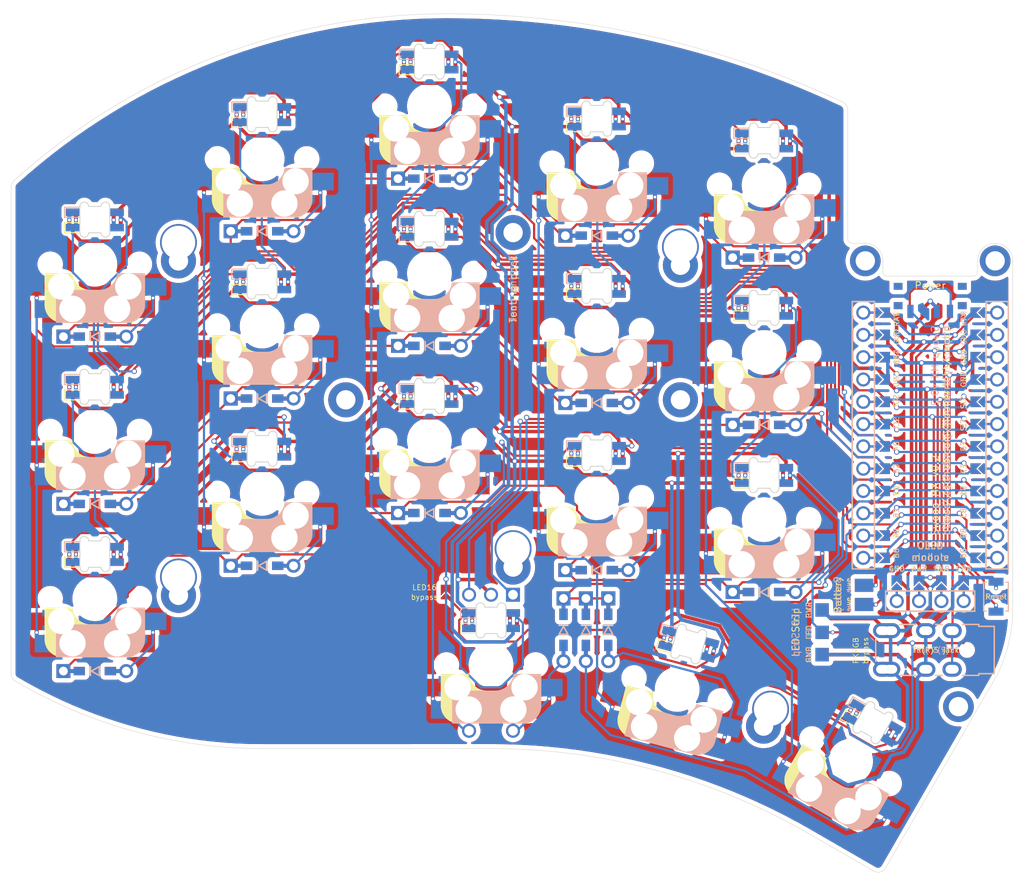
<source format=kicad_pcb>
(kicad_pcb (version 20211014) (generator pcbnew)
  (title_block (title "Swoop MX") (date "2021-12-18") (rev "0.2") (company "jmnw"))
  (layers (0 "F.Cu" signal) (31 "B.Cu" signal) (34 "B.Paste" user) (35 "F.Paste" user) (36 "B.SilkS" user "B.Silkscreen") (37 "F.SilkS" user "F.Silkscreen") (38 "B.Mask" user) (39 "F.Mask" user) (44 "Edge.Cuts" user))
  (net 0 "")
  (net 1 "raw")
  (net 2 "Net-(BT1-Pad2)")
  (net 3 "row0")
  (net 4 "Net-(D1-Pad2)")
  (net 5 "GND")
  (net 6 "VCC")
  (net 7 "Net-(D2-Pad2)")
  (net 8 "Net-(D3-Pad2)")
  (net 9 "Net-(D4-Pad2)")
  (net 10 "Net-(D5-Pad2)")
  (net 11 "row1")
  (net 12 "Net-(D6-Pad2)")
  (net 13 "Net-(D7-Pad2)")
  (net 14 "data")
  (net 15 "reset")
  (net 16 "Net-(D8-Pad2)")
  (net 17 "Net-(D9-Pad2)")
  (net 18 "Net-(D10-Pad2)")
  (net 19 "row2")
  (net 20 "Net-(D11-Pad2)")
  (net 21 "Net-(D12-Pad2)")
  (net 22 "Net-(D13-Pad2)")
  (net 23 "Net-(D14-Pad2)")
  (net 24 "Net-(D15-Pad2)")
  (net 25 "row3")
  (net 26 "Net-(D17-Pad2)")
  (net 27 "er0")
  (net 28 "col2")
  (net 29 "edb")
  (net 30 "eda")
  (net 31 "strip")
  (net 32 "Net-(L1-Pad4)")
  (net 33 "Net-(L2-Pad2)")
  (net 34 "Net-(L2-Pad4)")
  (net 35 "Net-(L1-Pad2)")
  (net 36 "Net-(L4-Pad2)")
  (net 37 "Net-(L4-Pad4)")
  (net 38 "Net-(L10-Pad2)")
  (net 39 "Net-(L11-Pad2)")
  (net 40 "Net-(L12-Pad4)")
  (net 41 "Net-(L3-Pad2)")
  (net 42 "l14i")
  (net 43 "Net-(L10-Pad4)")
  (net 44 "Net-(L11-Pad4)")
  (net 45 "Net-(L13-Pad4)")
  (net 46 "l17o")
  (net 47 "Net-(L8-Pad2)")
  (net 48 "led")
  (net 49 "sda")
  (net 50 "sla")
  (net 51 "unconnected-(PSW1-Pad3)")
  (net 52 "col0")
  (net 53 "col1")
  (net 54 "col3")
  (net 55 "col4")
  (net 56 "unconnected-(U1-Pad13)")
  (net 57 "unconnected-(U1-Pad14)")
  (net 58 "unconnected-(U1-Pad15)")
  (net 59 "Net-(D18-Pad2)")
  (net 60 "Net-(L17-Pad4)")
  (footprint "swoop:M2_double_hole_4mm" (layer "F.Cu") (at 138.456425 86.387913)
    (fp_text reference "H3" hide)
    (fp_text value "M2 Hole" hide)
  )
  (footprint "swoop:D_SMD_TH" (layer "F.Cu") (at 109.881427 78.612915)
    (fp_text reference "D3" hide)
    (fp_text value " 1N4148W" hide)
  )
  (footprint "swoop:MX_socket_reversible" (layer "F.Cu") (at 109.881427 108.462911)
    (fp_text reference "SW13" hide)
    (fp_text value "MX" hide)
  )
  (footprint "swoop:Tenting_puck" (layer "F.Cu") (at 119.406257 103.81246)
    (fp_text reference "PUCK1")
    (fp_text value "SYM_Arrow45_Small")
  )
  (footprint "swoop:SK6812_Mini_E" (layer "F.Cu") (at 71.78143 83.423417 180)
    (fp_text reference "L1" hide)
    (fp_text value "SK6812Mini-e" hide)
    (fp_line (start -0.7 -1.36) (end 0.7 -1.36) (layer "Edge.Cuts") (width 0.1))
    (fp_line (start -0.7 1.64) (end 0.7 1.64) (layer "Edge.Cuts") (width 0.1))
    (fp_line (start -1.7 -1.36) (end -1.7 1.64) (layer "Edge.Cuts") (width 0.1))
    (fp_line (start 1.7 1.64) (end 1.7 -1.36) (layer "Edge.Cuts") (width 0.1))
    (fp_arc (start 1.7 1.64) (mid 1.2 2.14) (end 0.7 1.64) (layer "Edge.Cuts") (width 0.1))
    (fp_arc (start -0.7 1.64) (mid -1.2 2.14) (end -1.7 1.64) (layer "Edge.Cuts") (width 0.1))
    (fp_arc (start -1.7 -1.36) (mid -1.2 -1.86) (end -0.7 -1.36) (layer "Edge.Cuts") (width 0.1))
    (fp_arc (start 0.7 -1.36) (mid 1.2 -1.86) (end 1.7 -1.36) (layer "Edge.Cuts") (width 0.1))
  )
  (footprint "swoop:Jumper" (layer "F.Cu") (at 111.77022 125.71092 -90)
    (fp_text reference "JP2" hide)
    (fp_text value "LED bypass" hide)
  )
  (footprint "swoop:SK6812_Mini_E" (layer "F.Cu") (at 147.981423 74.422917 180)
    (fp_text reference "L5" hide)
    (fp_text value "SK6812Mini-e" hide)
    (fp_line (start 1.7 1.64) (end 1.7 -1.36) (layer "Edge.Cuts") (width 0.1))
    (fp_line (start -0.7 1.64) (end 0.7 1.64) (layer "Edge.Cuts") (width 0.1))
    (fp_line (start -1.7 -1.36) (end -1.7 1.64) (layer "Edge.Cuts") (width 0.1))
    (fp_line (start -0.7 -1.36) (end 0.7 -1.36) (layer "Edge.Cuts") (width 0.1))
    (fp_arc (start 1.7 1.64) (mid 1.2 2.14) (end 0.7 1.64) (layer "Edge.Cuts") (width 0.1))
    (fp_arc (start -1.7 -1.36) (mid -1.2 -1.86) (end -0.7 -1.36) (layer "Edge.Cuts") (width 0.1))
    (fp_arc (start -0.7 1.64) (mid -1.2 2.14) (end -1.7 1.64) (layer "Edge.Cuts") (width 0.1))
    (fp_arc (start 0.7 -1.36) (mid 1.2 -1.86) (end 1.7 -1.36) (layer "Edge.Cuts") (width 0.1))
  )
  (footprint "swoop:M2_double_hole_4mm" (layer "F.Cu") (at 81.306426 85.888414)
    (fp_text reference "H1" hide)
    (fp_text value "M2 Hole" hide)
  )
  (footprint "swoop:D_SMD_TH" (layer "F.Cu") (at 71.781428 115.663407)
    (fp_text reference "D6" hide)
    (fp_text value " 1N4148W" hide)
  )
  (footprint "swoop:SK6812_Mini_E" (layer "F.Cu") (at 90.831426 71.423413 180)
    (fp_text reference "L2" hide)
    (fp_text value "SK6812Mini-e" hide)
    (fp_line (start 1.7 1.64) (end 1.7 -1.36) (layer "Edge.Cuts") (width 0.1))
    (fp_line (start -0.7 -1.36) (end 0.7 -1.36) (layer "Edge.Cuts") (width 0.1))
    (fp_line (start -1.7 -1.36) (end -1.7 1.64) (layer "Edge.Cuts") (width 0.1))
    (fp_line (start -0.7 1.64) (end 0.7 1.64) (layer "Edge.Cuts") (width 0.1))
    (fp_arc (start -1.7 -1.36) (mid -1.2 -1.86) (end -0.7 -1.36) (layer "Edge.Cuts") (width 0.1))
    (fp_arc (start 1.7 1.64) (mid 1.2 2.14) (end 0.7 1.64) (layer "Edge.Cuts") (width 0.1))
    (fp_arc (start -0.7 1.64) (mid -1.2 2.14) (end -1.7 1.64) (layer "Edge.Cuts") (width 0.1))
    (fp_arc (start 0.7 -1.36) (mid 1.2 -1.86) (end 1.7 -1.36) (layer "Edge.Cuts") (width 0.1))
  )
  (footprint "swoop:SK6812_Mini_E" (layer "F.Cu") (at 109.88142 103.522916 180)
    (fp_text reference "L13" hide)
    (fp_text value "SK6812Mini-e" hide)
    (fp_line (start -0.7 -1.36) (end 0.7 -1.36) (layer "Edge.Cuts") (width 0.1))
    (fp_line (start -1.7 -1.36) (end -1.7 1.64) (layer "Edge.Cuts") (width 0.1))
    (fp_line (start 1.7 1.64) (end 1.7 -1.36) (layer "Edge.Cuts") (width 0.1))
    (fp_line (start -0.7 1.64) (end 0.7 1.64) (layer "Edge.Cuts") (width 0.1))
    (fp_arc (start -1.7 -1.36) (mid -1.2 -1.86) (end -0.7 -1.36) (layer "Edge.Cuts") (width 0.1))
    (fp_arc (start 1.7 1.64) (mid 1.2 2.14) (end 0.7 1.64) (layer "Edge.Cuts") (width 0.1))
    (fp_arc (start -0.7 1.64) (mid -1.2 2.14) (end -1.7 1.64) (layer "Edge.Cuts") (width 0.1))
    (fp_arc (start 0.7 -1.36) (mid 1.2 -1.86) (end 1.7 -1.36) (layer "Edge.Cuts") (width 0.1))
  )
  (footprint "swoop:MX_socket_reversible" (layer "F.Cu") (at 157.83139 144.983304 -30)
    (fp_text reference "SW18" hide)
    (fp_text value "MX" hide)
  )
  (footprint "swoop:Reset" (layer "F.Cu") (at 174.386226 126.236172 90)
    (fp_text reference "RSW1" hide)
    (fp_text value "Reset")
  )
  (footprint "swoop:D_SMD_TH" (layer "F.Cu") (at 71.781423 96.613416)
    (fp_text reference "D1" hide)
    (fp_text value " 1N4148W" hide)
  )
  (footprint "swoop:SK6812_Mini_E" (layer "F.Cu") (at 109.88143 65.422912 180)
    (fp_text reference "L3" hide)
    (fp_text value "SK6812Mini-e" hide)
    (fp_line (start 1.7 1.64) (end 1.7 -1.36) (layer "Edge.Cuts") (width 0.1))
    (fp_line (start -1.7 -1.36) (end -1.7 1.64) (layer "Edge.Cuts") (width 0.1))
    (fp_line (start -0.7 -1.36) (end 0.7 -1.36) (layer "Edge.Cuts") (width 0.1))
    (fp_line (start -0.7 1.64) (end 0.7 1.64) (layer "Edge.Cuts") (width 0.1))
    (fp_arc (start -1.7 -1.36) (mid -1.2 -1.86) (end -0.7 -1.36) (layer "Edge.Cuts") (width 0.1))
    (fp_arc (start 1.7 1.64) (mid 1.2 2.14) (end 0.7 1.64) (layer "Edge.Cuts") (width 0.1))
    (fp_arc (start -0.7 1.64) (mid -1.2 2.14) (end -1.7 1.64) (layer "Edge.Cuts") (width 0.1))
    (fp_arc (start 0.7 -1.36) (mid 1.2 -1.86) (end 1.7 -1.36) (layer "Edge.Cuts") (width 0.1))
  )
  (footprint "swoop:SK6812_Mini_E" (layer "F.Cu") (at 116.893553 129.073396 180)
    (fp_text reference "L16" hide)
    (fp_text value "SK6812Mini-e" hide)
    (fp_line (start -0.7 -1.36) (end 0.7 -1.36) (layer "Edge.Cuts") (width 0.1))
    (fp_line (start -0.7 1.64) (end 0.7 1.64) (layer "Edge.Cuts") (width 0.1))
    (fp_line (start -1.7 -1.36) (end -1.7 1.64) (layer "Edge.Cuts") (width 0.1))
    (fp_line (start 1.7 1.64) (end 1.7 -1.36) (layer "Edge.Cuts") (width 0.1))
    (fp_arc (start 0.7 -1.36) (mid 1.2 -1.86) (end 1.7 -1.36) (layer "Edge.Cuts") (width 0.1))
    (fp_arc (start 1.7 1.64) (mid 1.2 2.14) (end 0.7 1.64) (layer "Edge.Cuts") (width 0.1))
    (fp_arc (start -0.7 1.64) (mid -1.2 2.14) (end -1.7 1.64) (layer "Edge.Cuts") (width 0.1))
    (fp_arc (start -1.7 -1.36) (mid -1.2 -1.86) (end -0.7 -1.36) (layer "Edge.Cuts") (width 0.1))
  )
  (footprint "swoop:M2_hole_3.5mm" (layer "F.Cu") (at 174.287202 87.982996)
    (fp_text reference "Ref**" hide)
    (fp_text value "Val**" hide)
  )
  (footprint "swoop:SK6812_Mini_E" (layer "F.Cu") (at 147.98142 93.472911 180)
    (fp_text reference "L10" hide)
    (fp_text value "SK6812Mini-e" hide)
    (fp_line (start 1.7 1.64) (end 1.7 -1.36) (layer "Edge.Cuts") (width 0.1))
    (fp_line (start -1.7 -1.36) (end -1.7 1.64) (layer "Edge.Cuts") (width 0.1))
    (fp_line (start -0.7 -1.36) (end 0.7 -1.36) (layer "Edge.Cuts") (width 0.1))
    (fp_line (start -0.7 1.64) (end 0.7 1.64) (layer "Edge.Cuts") (width 0.1))
    (fp_arc (start 1.7 1.64) (mid 1.2 2.14) (end 0.7 1.64) (layer "Edge.Cuts") (width 0.1))
    (fp_arc (start -0.7 1.64) (mid -1.2 2.14) (end -1.7 1.64) (layer "Edge.Cuts") (width 0.1))
    (fp_arc (start -1.7 -1.36) (mid -1.2 -1.86) (end -0.7 -1.36) (layer "Edge.Cuts") (width 0.1))
    (fp_arc (start 0.7 -1.36) (mid 1.2 -1.86) (end 1.7 -1.36) (layer "Edge.Cuts") (width 0.1))
  )
  (footprint "swoop:M2_hole_3.5mm" (layer "F.Cu") (at 159.505877 87.983451)
    (fp_text reference "Ref**" hide)
    (fp_text value "Val**" hide)
  )
  (footprint "swoop:StripLED" (layer "F.Cu") (at 154.586553 132.838393 180)
    (fp_text reference "LS1" hide)
    (fp_text value "LED Strip" hide)
  )
  (footprint "swoop:Power" (layer "F.Cu") (at 166.896456 91.983579 180)
    (fp_text reference "PSW1" hide)
    (fp_text value "Power")
  )
  (footprint "swoop:SK6812_Mini_E" (layer "F.Cu") (at 160.30139 140.704368 150)
    (fp_text reference "L18" hide)
    (fp_text value "SK6812Mini-e" hide)
    (fp_line (start 1.7 1.64) (end 1.7 -1.36) (layer "Edge.Cuts") (width 0.1))
    (fp_line (start -1.7 -1.36) (end -1.7 1.64) (layer "Edge.Cuts") (width 0.1))
    (fp_line (start -0.7 1.64) (end 0.7 1.64) (layer "Edge.Cuts") (width 0.1))
    (fp_line (start -0.7 -1.36) (end 0.7 -1.36) (layer "Edge.Cuts") (width 0.1))
    (fp_arc (start -0.7 1.64) (mid -1.2 2.14) (end -1.7 1.64) (layer "Edge.Cuts") (width 0.1))
    (fp_arc (start 0.7 -1.36) (mid 1.2 -1.86) (end 1.7 -1.36) (layer "Edge.Cuts") (width 0.1))
    (fp_arc (start -1.7 -1.36) (mid -1.2 -1.86) (end -0.7 -1.36) (layer "Edge.Cuts") (width 0.1))
    (fp_arc (start 1.7 1.64) (mid 1.2 2.14) (end 0.7 1.64) (layer "Edge.Cuts") (width 0.1))
  )
  (footprint "swoop:D_SMD_TH" (layer "F.Cu") (at 147.981429 125.712912)
    (fp_text reference "D15" hide)
    (fp_text value " 1N4148W" hide)
  )
  (footprint "swoop:RotaryEncoder" (layer "F.Cu") (at 116.893553 134.013395 -90)
    (fp_text reference "EN1")
    (fp_text value "RotaryEncoder_Switch")
  )
  (footprint "swoop:Jumper" (layer "F.Cu") (at 158.95262 129.926012)
    (fp_text reference "JP1" hide)
    (fp_text value "PKRGB bypass" hide)
  )
  (footprint "swoop:MX_socket_reversible" (layer "F.Cu") (at 128.931427 95.91291)
    (fp_text reference "SW9" hide)
    (fp_text value "MX" hide)
  )
  (footprint "swoop:MX_socket_reversible" (layer "F.Cu") (at 71.781426 126.463412)
    (fp_text reference "SW11" hide)
    (fp_text value "MX" hide)
  )
  (footprint "swoop:D_SMD_TH" (layer "F.Cu") (at 128.931432 85.112916)
    (fp_text reference "D4" hide)
    (fp_text value " 1N4148W" hide)
  )
  (footprint "swoop:D_SMD_TH" (layer "F.Cu") (at 109.881426 97.662917)
    (fp_text reference "D8" hide)
    (fp_text value " 1N4148W" hide)
  )
  (footprint "swoop:D_SMD_TH" (layer "F.Cu") (at 128.931427 104.162909)
    (fp_text reference "D9" hide)
    (fp_text value " 1N4148W" hide)
  )
  (footprint "swoop:D_SMD_TH" (layer "F.Cu") (at 147.981425 87.612919)
    (fp_text reference "D5" hide)
    (fp_text value " 1N4148W" hide)
  )
  (footprint "swoop:MX_socket_reversible" (layer "F.Cu") (at 147.981428 98.412915)
    (fp_text reference "SW10" hide)
    (fp_text value "MX" hide)
  )
  (footprint "swoop:MX_socket_reversible" (layer "F.Cu") (at 71.781428 107.413409)
    (fp_text reference "SW6" hide)
    (fp_text value "MX" hide)
  )
  (footprint "swoop:ProMicro_jumpers" (layer "F.Cu") (at 166.896453 107.846579)
    (fp_text reference "U1" hide)
    (fp_text value "ProMicro")
  )
  (footprint "swoop:D_SMD_TH" (layer "F.Cu") (at 71.781424 134.713412)
    (fp_text reference "D11" hide)
    (fp_text value " 1N4148W" hide)
  )
  (footprint "swoop:MX_socket_reversible" (layer "F.Cu") (at 90.831426 114.463416)
    (fp_text reference "SW12" hide)
    (fp_text value "MX" hide)
  )
  (footprint "swoop:TRRS-3pin" (layer "F.Cu") (at 172.585903 132.308278 -90)
    (fp_text reference "J1")
    (fp_text value "TRRS" hide)
  )
  (footprint "swoop:MX_socket_reversible" (layer "F.Cu") (at 109.881419 70.362914)
    (fp_text reference "SW3" hide)
    (fp_text value "MX" hide)
  )
  (footprint "swoop:MX_socket_reversible" (layer "F.Cu") (at 147.981426 79.362913)
    (fp_text reference "SW5" hide)
    (fp_text value "MX" hide)
  )
  (footprint "swoop:MX_socket_reversible" (layer "F.Cu") (at 116.893553 134.013395)
    (fp_text reference "SW16" hide)
    (fp_text value "MX" hide)
  )
  (footprint "swoop:M2_hole_3.5mm" (layer "F.Cu") (at 170.10976 138.764741)
    (fp_text reference "Ref**" hide)
    (fp_text value "Val**" hide)
  )
  (footprint "swoop:SK6812_Mini_E" (layer "F.Cu") (at 109.881426 84.472917 180)
    (fp_text reference "L8" hide)
    (fp_text value "SK6812Mini-e" hide)
    (fp_line (start -0.7 1.64) (end 0.7 1.64) (layer "Edge.Cuts") (width 0.1))
    (fp_line (start -1.7 -1.36) (end -1.7 1.64) (layer "Edge.Cuts") (width 0.1))
    (fp_line (start -0.7 -1.36) (end 0.7 -1.36) (layer "Edge.Cuts") (width 0.1))
    (fp_line (start 1.7 1.64) (end 1.7 -1.36) (layer "Edge.Cuts") (width 0.1))
    (fp_arc (start 0.7 -1.36) (mid 1.2 -1.86) (end 1.7 -1.36) (layer "Edge.Cuts") (width 0.1))
    (fp_arc (start 1.7 1.64) (mid 1.2 2.14) (end 0.7 1.64) (layer "Edge.Cuts") (width 0.1))
    (fp_arc (start -0.7 1.64) (mid -1.2 2.14) (end -1.7 1.64) (layer "Edge.Cuts") (width 0.1))
    (fp_arc (start -1.7 -1.36) (mid -1.2 -1.86) (end -0.7 -1.36) (layer "Edge.Cuts") (width 0.1))
  )
  (footprint "swoop:OLED_jumpers" (layer "F.Cu") (at 163.086629 126.736269)
    (fp_text reference "O1" hide)
    (fp_text value "OLED")
  )
  (footprint "swoop:MX_socket_reversible" (layer "F.Cu") (at 71.781419 88.363415)
    (fp_text reference "SW1" hide)
    (fp_text value "MX" hide)
  )
  (footprint "swoop:MX_socket_reversible" (layer "F.Cu") (at 128.931423 114.962912)
    (fp_text reference "SW14" hide)
    (fp_text value "MX" hide)
  )
  (footprint "swoop:D_SMD_TH" (layer "F.Cu") (at 128.931423 123.212913)
    (fp_text reference "D14" hide)
    (fp_text value " 1N4148W" hide)
  )
  (footprint "swoop:D_SMD_TH" (layer "F.Cu") (at 127.693549 130.013397 -90)
    (fp_text reference "D18" hide)
    (fp_text value " 1N4148W" hide)
  )
  (footprint "swoop:MX_socket_reversible" (layer "F.Cu") (at 90.831427 95.413412)
    (fp_text reference "SW7" hide)
    (fp_text value "MX" hide)
  )
  (footprint "swoop:MX_socket_reversible" (layer "F.Cu") (at 128.931428 76.862918)
    (fp_text reference "SW4" hide)
    (fp_text value "MX" hide)
  )
  (footprint "swoop:D_SMD_TH" (layer "F.Cu") (at 90.831426 103.663413)
    (fp_text reference "D7" hide)
    (fp_text value " 1N4148W" hide)
  )
  (footprint "swoop:SK6812_Mini_E" (layer "F.Cu") (at 71.78142 121.52341 180)
    (fp_text reference "L11" hide)
    (fp_text value "SK6812Mini-e" hide)
    (fp_line (start -0.7 1.64) (end 0.7 1.64) (layer "Edge.Cuts") (width 0.1))
    (fp_line (start 1.7 1.64) (end 1.7 -1.36) (layer "Edge.Cuts") (width 0.1))
    (fp_line (start -0.7 -1.36) (end 0.7 -1.36) (layer "Edge.Cuts") (width 0.1))
    (fp_line (start -1.7 -1.36) (end -1.7 1.64) (layer "Edge.Cuts") (width 0.1))
    (fp_arc (start -0.7 1.64) (mid -1.2 2.14) (end -1.7 1.64) (layer "Edge.Cuts") (width 0.1))
    (fp_arc (start 0.7 -1.36) (mid 1.2 -1.86) (end 1.7 -1.36) (layer "Edge.Cuts") (width 0.1))
    (fp_arc (start -1.7 -1.36) (mid -1.2 -1.86) (end -0.7 -1.36) (layer "Edge.Cuts") (width 0.1))
    (fp_arc (start 1.7 1.64) (mid 1.2 2.14) (end 0.7 1.64) (layer "Edge.Cuts") (width 0.1))
  )
  (footprint "swoop:D_SMD_TH" (layer "F.Cu") (at 90.831428 122.713415)
    (fp_text reference "D12" hide)
    (fp_text value " 1N4148W" hide)
  )
  (footprint "swoop:M2_double_hole_4mm" (layer "F.Cu") (at 81.306422 123.988413)
    (fp_text reference "H2" hide)
    (fp_text value "M2 Hole" hide)
  )
  (footprint "swoop:MX_socket_reversible" (layer "F.Cu") (at 138.084467 136.803614 -15)
    (fp_text reference "SW17" hide)
    (fp_text value "MX" hide)
  )
  (footprint "swoop:MX_socket_reversible" (layer "F.Cu") (at 109.881423 89.412917)
    (fp_text reference "SW8" hide)
    (fp_text value "MX" hide)
  )
  (footprint "swoop:SK6812_Mini_E" (layer "F.Cu") (at 139.363031 131.761944 165)
    (fp_text reference "L17" hide)
    (fp_text value "SK6812Mini-e" hide)
    (fp_line (start -1.7 -1.36) (end -1.7 1.64) (layer "Edge.Cuts") (width 0.1))
    (fp_line (start -0.7 1.64) (end 0.7 1.64) (layer "Edge.Cuts") (width 0.1))
    (fp_line (start 1.7 1.64) (end 1.7 -1.36) (layer "Edge.Cuts") (width 0.1))
    (fp_line (start -0.7 -1.36) (end 0.7 -1.36) (layer "Edge.Cuts") (width 0.1))
    (fp_arc (start -1.7 -1.36) (mid -1.2 -1.86) (end -0.7 -1.36) (layer "Edge.Cuts") (width 0.1))
    (fp_arc (start 1.7 1.64) (mid 1.2 2.14) (end 0.7 1.64) (layer "Edge.Cuts") (width 0.1))
    (fp_arc (start 0.7 -1.36) (mid 1.2 -1.86) (end 1.7 -1.36) (layer "Edge.Cuts") (width 0.1))
    (fp_arc (start -0.7 1.64) (mid -1.2 2.14) (end -1.7 1.64) (layer "Edge.Cuts") (width 0.1))
  )
  (footprint "swoop:SK6812_Mini_E" (layer "F.Cu") (at 128.931421 110.022914 180)
    (fp_text reference "L14" hide)
    (fp_text value "SK6812Mini-e" hide)
    (fp_line (start 1.7 1.64) (end 1.7 -1.36) (layer "Edge.Cuts") (width 0.1))
    (fp_line (start -0.7 -1.36) (end 0.7 -1.36) (layer "Edge.Cuts") (width 0.1))
    (fp_line (start -0.7 1.64) (end 0.7 1.64) (layer "Edge.Cuts") (width 0.1))
    (fp_line (start -1.7 -1.36) (end -1.7 1.64) (layer "Edge.Cuts") (width 0.1))
    (fp_arc (start -0.7 1.64) (mid -1.2 2.14) (end -1.7 1.64) (layer "Edge.Cuts") (width 0.1))
    (fp_arc (start 1.7 1.64) (mid 1.2 2.14) (end 0.7 1.64) (layer "Edge.Cuts") (width 0.1))
    (fp_arc (start -1.7 -1.36) (mid -1.2 -1.86) (end -0.7 -1.36) (layer "Edge.Cuts") (width 0.1))
    (fp_arc (start 0.7 -1.36) (mid 1.2 -1.86) (end 1.7 -1.36) (layer "Edge.Cuts") (width 0.1))
  )
  (footprint "swoop:M2_double_hole_4mm" (layer "F.Cu") (at 119.405921 120.762856)
    (fp_text reference "H4" hide)
    (fp_text value "M2 Hole" hide)
  )
  (footprint "swoop:D_SMD_TH" (layer "F.Cu") (at 109.881425 116.71291)
    (fp_text reference "D13" hide)
    (fp_text value " 1N4148W" hide)
  )
  (footprint "swoop:Battery_pads_reversible" (layer "F.Cu") (at 159.363628 126.034766 -90)
    (fp_text reference "BT1" hide)
    (fp_text value "Battery")
  )
  (footprint "swoop:SK6812_Mini_E" (layer "F.Cu") (at 147.98142 112.522914 180)
    (fp_text reference "L15" hide)
    (fp_text value "SK6812Mini-e" hide)
    (fp_line (start 1.7 1.64) (end 1.7 -1.36) (layer "Edge.Cuts") (width 0.1))
    (fp_line (start -0.7 -1.36) (end 0.7 -1.36) (layer "Edge.Cuts") (width 0.1))
    (fp_line (start -1.7 -1.36) (end -1.7 1.64) (layer "Edge.Cuts") (width 0.1))
    (fp_line (start -0.7 1.64) (end 0.7 1.64) (layer "Edge.Cuts") (width 0.1))
    (fp_arc (start 1.7 1.64) (mid 1.2 2.14) (end 0.7 1.64) (layer "Edge.Cuts") (width 0.1))
    (fp_arc (start 0.7 -1.36) (mid 1.2 -1.86) (end 1.7 -1.36) (layer "Edge.Cuts") (width 0.1))
    (fp_arc (start -0.7 1.64) (mid -1.2 2.14) (end -1.7 1.64) (layer "Edge.Cuts") (width 0.1))
    (fp_arc (start -1.7 -1.36) (mid -1.2 -1.86) (end -0.7 -1.36) (layer "Edge.Cuts") (width 0.1))
  )
  (footprint "swoop:SK6812_Mini_E" (layer "F.Cu") (at 128.931428 90.972918 180)
    (fp_text reference "L9" hide)
    (fp_text value "SK6812Mini-e" hide)
    (fp_line (start -0.7 -1.36) (end 0.7 -1.36) (layer "Edge.Cuts") (width 0.1))
    (fp_line (start -1.7 -1.36) (end -1.7 1.64) (layer "Edge.Cuts") (width 0.1))
    (fp_line (start -0.7 1.64) (end 0.7 1.64) (layer "Edge.Cuts") (width 0.1))
    (fp_line (start 1.7 1.64) (end 1.7 -1.36) (layer "Edge.Cuts") (width 0.1))
    (fp_arc (start -1.7 -1.36) (mid -1.2 -1.86) (end -0.7 -1.36) (layer "Edge.Cuts") (width 0.1))
    (fp_arc (start 0.7 -1.36) (mid 1.2 -1.86) (end 1.7 -1.36) (layer "Edge.Cuts") (width 0.1))
    (fp_arc (start 1.7 1.64) (mid 1.2 2.14) (end 0.7 1.64) (layer "Edge.Cuts") (width 0.1))
    (fp_arc (start -0.7 1.64) (mid -1.2 2.14) (end -1.7 1.64) (layer "Edge.Cuts") (width 0.1))
  )
  (footprint "swoop:M2_double_hole_4mm" (layer "F.Cu") (at 148.723121 139.045671 -22.5)
    (fp_text reference "H4" hide)
    (fp_text value "M2 Hole" hide)
  )
  (footprint "swoop:SK6812_Mini_E" (layer "F.Cu") (at 128.931421 71.922919 180)
    (fp_text reference "L4" hide)
    (fp_text value "SK6812Mini-e" hide)
    (fp_line (start -0.7 -1.36) (end 0.7 -1.36) (layer "Edge.Cuts") (width 0.1))
    (fp_line (start -0.7 1.64) (end 0.7 1.64) (layer "Edge.Cuts") (width 0.1))
    (fp_line (start -1.7 -1.36) (end -1.7 1.64) (layer "Edge.Cuts") (width 0.1))
    (fp_line (start 1.7 1.64) (end 1.7 -1.36) (layer "Edge.Cuts") (width 0.1))
    (fp_arc (start -1.7 -1.36) (mid -1.2 -1.86) (end -0.7 -1.36) (layer "Edge.Cuts") (width 0.1))
    (fp_arc (start -0.7 1.64) (mid -1.2 2.14) (end -1.7 1.64) (layer "Edge.Cuts") (width 0.1))
    (fp_arc (start 0.7 -1.36) (mid 1.2 -1.86) (end 1.7 -1.36) (layer "Edge.Cuts") (width 0.1))
    (fp_arc (start 1.7 1.64) (mid 1.2 2.14) (end 0.7 1.64) (layer "Edge.Cuts") (width 0.1))
  )
  (footprint "swoop:SK6812_Mini_E" (layer "F.Cu") (at 90.831424 90.473414 180)
    (fp_text reference "L7" hide)
    (fp_text value "SK6812Mini-e" hide)
    (fp_line (start -0.7 1.64) (end 0.7 1.64) (layer "Edge.Cuts") (width 0.1))
    (fp_line (start -0.7 -1.36) (end 0.7 -1.36) (layer "Edge.Cuts") (width 0.1))
    (fp_line (start 1.7 1.64) (end 1.7 -1.36) (layer "Edge.Cuts") (width 0.1))
    (fp_line (start -1.7 -1.36) (end -1.7 1.64) (layer "Edge.Cuts") (width 0.1))
    (fp_arc (start 1.7 1.64) (mid 1.2 2.14) (end 0.7 1.64) (layer "Edge.Cuts") (width 0.1))
    (fp_arc (start -0.7 1.64) (mid -1.2 2.14) (end -1.7 1.64) (layer "Edge.Cuts") (width 0.1))
    (fp_arc (start 0.7 -1.36) (mid 1.2 -1.86) (end 1.7 -1.36) (layer "Edge.Cuts") (width 0.1))
    (fp_arc (start -1.7 -1.36) (mid -1.2 -1.86) (end -0.7 -1.36) (layer "Edge.Cuts") (width 0.1))
  )
  (footprint "swoop:D_SMD_TH" (layer "F.Cu") (at 90.831423 84.613417)
    (fp_text reference "D2" hide)
    (fp_text value " 1N4148W" hide)
  )
  (footprint "swoop:D_SMD_TH" (layer "F.Cu") (at 130.243547 130.013396 -90)
    (fp_text reference "D17" hide)
    (fp_text value " 1N4148W" hide)
  )
  (footprint "swoop:D_SMD_TH" (layer "F.Cu") (at 125.143549 130.013394 -90)
    (fp_text reference "D16" hide)
    (fp_text value " 1N4148W" hide)
  )
  (footprint "swoop:MX_socket_reversible" (layer "F.Cu") (at 147.981429 117.462914)
    (fp_text reference "SW15" hide)
    (fp_text value "MX" hide)
  )
  (footprint "swoop:D_SMD_TH" (layer "F.Cu") (at 147.981425 106.662918)
    (fp_text reference "D10" hide)
    (fp_text value " 1N4148W" hide)
  )
  (footprint "swoop:SK6812_Mini_E" (layer "F.Cu") (at 71.781422 102.473415 180)
    (fp_text reference "L6" hide)
    (fp_text value "SK6812Mini-e" hide)
    (fp_line (start -0.7 -1.36) (end 0.7 -1.36) (layer "Edge.Cuts") (width 0.1))
    (fp_line (start -1.7 -1.36) (end -1.7 1.64) (layer "Edge.Cuts") (width 0.1))
    (fp_line (start 1.7 1.64) (end 1.7 -1.36) (layer "Edge.Cuts") (width 0.1))
    (fp_line (start -0.7 1.64) (end 0.7 1.64) (layer "Edge.Cuts") (width 0.1))
    (fp_arc (start 1.7 1.64) (mid 1.2 2.14) (end 0.7 1.64) (layer "Edge.Cuts") (width 0.1))
    (fp_arc (start 0.7 -1.36) (mid 1.2 -1.86) (end 1.7 -1.36) (layer "Edge.Cuts") (width 0.1))
    (fp_arc (start -0.7 1.64) (mid -1.2 2.14) (end -1.7 1.64) (layer "Edge.Cuts") (width 0.1))
    (fp_arc (start -1.7 -1.36) (mid -1.2 -1.86) (end -0.7 -1.36) (layer "Edge.Cuts") (width 0.1))
  )
  (footprint "swoop:SK6812_Mini_E" (layer "F.Cu") (at 90.831423 109.52341 180)
    (fp_text reference "L12" hide)
    (fp_text value "SK6812Mini-e" hide)
    (fp_line (start -0.7 -1.36) (end 0.7 -1.36) (layer "Edge.Cuts") (width 0.1))
    (fp_line (start -1.7 -1.36) (end -1.7 1.64) (layer "Edge.Cuts") (width 0.1))
    (fp_line (start -0.7 1.64) (end 0.7 1.64) (layer "Edge.Cuts") (width 0.1))
    (fp_line (start 1.7 1.64) (end 1.7 -1.36) (layer "Edge.Cuts") (width 0.1))
    (fp_arc (start 0.7 -1.36) (mid 1.2 -1.86) (end 1.7 -1.36) (layer "Edge.Cuts") (width 0.1))
    (fp_arc (start -1.7 -1.36) (mid -1.2 -1.86) (end -0.7 -1.36) (layer "Edge.Cuts") (width 0.1))
    (fp_arc (start -0.7 1.64) (mid -1.2 2.14) (end -1.7 1.64) (layer "Edge.Cuts") (width 0.1))
    (fp_arc (start 1.7 1.64) (mid 1.2 2.14) (end 0.7 1.64) (layer "Edge.Cuts") (width 0.1))
  )
  (footprint "swoop:MX_socket_reversible" (layer "F.Cu") (at 90.831422 76.363417)
    (fp_text reference "SW2" hide)
    (fp_text value "MX" hide)
  )
  (gr_line (start 162.005989 89.733337) (end 171.786833 89.732736) (layer "Edge.Cuts") (width 0.05))
  (gr_line (start 62.256824 79.588665) (end 62.256818 134.988564) (layer "Edge.Cuts") (width 0.05))
  (gr_line (start 157.50588 85.483447) (end 157.50588 70.787584) (layer "Edge.Cuts") (width 0.05))
  (gr_line (start 176.287135 87.982959) (end 176.28682 127.767725) (layer "Edge.Cuts") (width 0.05))
  (gr_arc (start 62.580624 78.852009) (mid 85.461023 64.755855) (end 111.881165 59.837491) (layer "Edge.Cuts") (width 0.05))
  (gr_arc (start 62.730219 135.83792) (mid 62.383161 135.474751) (end 62.256818 134.988564) (layer "Edge.Cuts") (width 0.05))
  (gr_arc (start 159.505823 85.983273) (mid 160.920075 86.569115) (end 161.50581 87.98341) (layer "Edge.Cuts") (width 0.05))
  (gr_arc (start 156.930622 69.882009) (mid 157.349906 70.251164) (end 157.50588 70.787584) (layer "Edge.Cuts") (width 0.05))
  (gr_line (start 116.893613 143.538569) (end 90.831732 143.53891) (layer "Edge.Cuts") (width 0.05))
  (gr_line (start 160.451841 157.493707) (end 153.069154 153.231306) (layer "Edge.Cuts") (width 0.05))
  (gr_arc (start 162.005989 89.733337) (mid 161.652432 89.586894) (end 161.505982 89.23334) (layer "Edge.Cuts") (width 0.05))
  (gr_line (start 158.005884 85.983448) (end 159.505823 85.983273) (layer "Edge.Cuts") (width 0.05))
  (gr_line (start 161.50581 87.98341) (end 161.505982 89.23334) (layer "Edge.Cuts") (width 0.05))
  (gr_arc (start 111.881165 59.837491) (mid 134.958986 62.37914) (end 156.930622 69.882009) (layer "Edge.Cuts") (width 0.05))
  (gr_arc (start 116.893613 143.538569) (mid 135.61939 146.003749) (end 153.069154 153.231306) (layer "Edge.Cuts") (width 0.05))
  (gr_line (start 172.286838 89.232738) (end 172.287011 87.98281) (layer "Edge.Cuts") (width 0.05))
  (gr_arc (start 90.831732 143.53891) (mid 76.262934 141.57879) (end 62.730219 135.83792) (layer "Edge.Cuts") (width 0.05))
  (gr_arc (start 161.817872 157.127673) (mid 161.210665 157.593605) (end 160.451841 157.493707) (layer "Edge.Cuts") (width 0.05))
  (gr_arc (start 158.005884 85.983448) (mid 157.652327 85.837003) (end 157.50588 85.483447) (layer "Edge.Cuts") (width 0.05))
  (gr_arc (start 172.286838 89.232738) (mid 172.140389 89.586292) (end 171.786833 89.732736) (layer "Edge.Cuts") (width 0.05))
  (gr_arc (start 62.256824 79.588665) (mid 62.341347 79.186326) (end 62.580624 78.852009) (layer "Edge.Cuts") (width 0.05))
  (gr_arc (start 174.287148 85.982823) (mid 175.701399 86.568664) (end 176.287135 87.982959) (layer "Edge.Cuts") (width 0.05))
  (gr_arc (start 176.28682 127.767725) (mid 175.829733 131.529076) (end 174.540128 135.091885) (layer "Edge.Cuts") (width 0.05))
  (gr_line (start 161.817872 157.127673) (end 174.540128 135.091885) (layer "Edge.Cuts") (width 0.05))
  (gr_arc (start 172.287011 87.98281) (mid 172.872853 86.568559) (end 174.287148 85.982823) (layer "Edge.Cuts") (width 0.05))
  (gr_text "Swoop MX v0.2\nhttps://github.com/jimmerricks/swoop" (at 168.090207 95.278026 90) (layer "B.SilkS") (effects (font (size 0.8 0.8) (thickness 0.1)) (justify left mirror)))
  (gr_text "Swoop MX v0.2\nhttps://github.com/jimmerricks/swoop" (at 168.090203 119.338026 90) (layer "F.SilkS") (effects (font (size 0.8 0.8) (thickness 0.1)) (justify left)))
  (segment (start 163.068 94.874126) (end 163.068 96.049123) (width 0.4) (layer "F.Cu") (net 1))
  (segment (start 160.705228 124.934366) (end 160.705228 123.997067) (width 0.4) (layer "F.Cu") (net 1))
  (segment (start 162.070453 93.876579) (end 163.068 94.874126) (width 0.4) (layer "F.Cu") (net 1))
  (segment (start 163.068 96.049123) (end 164.070459 97.051582) (width 0.4) (layer "F.Cu") (net 1))
  (segment (start 164.769965 98.604913) (end 166.157136 97.217744) (width 0.4) (layer "F.Cu") (net 1))
  (segment (start 162.485939 122.816096) (end 164.769965 120.532069) (width 0.4) (layer "F.Cu") (net 1))
  (segment (start 160.705228 123.997067) (end 161.886201 122.816096) (width 0.4) (layer "F.Cu") (net 1))
  (segment (start 166.157136 97.217744) (end 166.157137 97.216097) (width 0.4) (layer "F.Cu") (net 1))
  (segment (start 164.769965 120.532069) (end 164.769965 98.604913) (width 0.4) (layer "F.Cu") (net 1))
  (segment (start 161.886201 122.816096) (end 162.485939 122.816096) (width 0.4) (layer "F.Cu") (net 1))
  (segment (start 166.157137 97.217742) (end 166.157137 97.216097) (width 0.4) (layer "F.Cu") (net 1))
  (via (at 164.070459 97.051582) (size 0.6) (drill 0.4) (layers "F.Cu" "B.Cu") (net 1))
  (via (at 166.157137 97.216097) (size 0.6) (drill 0.4) (layers "F.Cu" "B.Cu") (net 1))
  (segment (start 166.157137 97.216097) (end 164.234976 97.216098) (width 0.4) (layer "B.Cu") (net 1))
  (segment (start 164.234976 97.216098) (end 164.070459 97.051582) (width 0.4) (layer "B.Cu") (net 1))
  (segment (start 170.956358 94.642681) (end 171.722464 93.876578) (width 0.4) (layer "B.Cu") (net 1))
  (segment (start 170.956351 96.318418) (end 170.956358 94.642681) (width 0.4) (layer "B.Cu") (net 1))
  (segment (start 170.058695 97.21609) (end 170.956351 96.318418) (width 0.4) (layer "B.Cu") (net 1))
  (segment (start 170.058695 97.21609) (end 166.157137 97.216097) (width 0.4) (layer "B.Cu") (net 1))
  (segment (start 161.258339 124.185739) (end 162.103458 123.34062) (width 0.25) (layer "F.Cu") (net 2))
  (segment (start 161.258339 126.581655) (end 161.258339 124.185739) (width 0.25) (layer "F.Cu") (net 2))
  (segment (start 162.103458 123.34062) (end 162.703205 123.34062) (width 0.25) (layer "F.Cu") (net 2))
  (segment (start 165.294479 120.749328) (end 165.294489 98.974748) (width 0.25) (layer "F.Cu") (net 2))
  (segment (start 169.154942 94.428115) (end 168.17663 95.406435) (width 0.25) (layer "F.Cu") (net 2))
  (segment (start 162.703205 123.34062) (end 165.294479 120.749328) (width 0.25) (layer "F.Cu") (net 2))
  (segment (start 169.154936 93.733389) (end 169.154942 94.428115) (width 0.25) (layer "F.Cu") (net 2))
  (segment (start 165.294489 98.974748) (end 168.176627 96.092611) (width 0.25) (layer "F.Cu") (net 2))
  (segment (start 168.176627 96.092611) (end 168.17663 95.406435) (width 0.25) (layer "F.Cu") (net 2))
  (segment (start 160.705228 127.134766) (end 161.258339 126.581655) (width 0.25) (layer "F.Cu") (net 2))
  (via (at 168.17663 95.406435) (size 0.6) (drill 0.4) (layers "F.Cu" "B.Cu") (net 2))
  (segment (start 166.327976 95.406426) (end 168.17663 95.406435) (width 0.25) (layer "B.Cu") (net 2))
  (segment (start 164.654934 93.73339) (end 166.327976 95.406426) (width 0.25) (layer "B.Cu") (net 2))
  (segment (start 87.255423 86.53717) (end 84.621854 89.170741) (width 0.25) (layer "F.Cu") (net 3))
  (segment (start 102.200943 78.61291) (end 97.491924 83.321936) (width 0.25) (layer "F.Cu") (net 3))
  (segment (start 144.405424 87.612915) (end 140.613947 83.821439) (width 0.25) (layer "F.Cu") (net 3))
  (segment (start 87.255423 84.613416) (end 87.255423 86.53717) (width 0.25) (layer "F.Cu") (net 3))
  (segment (start 140.613947 83.821439) (end 126.646907 83.821439) (width 0.25) (layer "F.Cu") (net 3))
  (segment (start 106.305425 78.612916) (end 102.200943 78.61291) (width 0.25) (layer "F.Cu") (net 3))
  (segment (start 156.954017 102.766302) (end 157.128998 102.941282) (width 0.25) (layer "F.Cu") (net 3))
  (segment (start 171.357466 109.116582) (end 170.722461 108.481579) (width 0.25) (layer "F.Cu") (net 3))
  (segment (start 145.346731 88.554223) (end 150.773268 88.554221) (width 0.25) (layer "F.Cu") (net 3))
  (segment (start 150.773268 88.554221) (end 152.015506 89.796461) (width 0.25) (layer "F.Cu") (net 3))
  (segment (start 69.496903 95.321933) (end 68.205426 96.613416) (width 0.25) (layer "F.Cu") (net 3))
  (segment (start 107.596903 77.321436) (end 106.305425 78.612916) (width 0.25) (layer "F.Cu") (net 3))
  (segment (start 78.441923 95.321932) (end 69.496903 95.321933) (width 0.25) (layer "F.Cu") (net 3))
  (segment (start 83.474072 89.823585) (end 83.47407 90.289788) (width 0.25) (layer "F.Cu") (net 3))
  (segment (start 84.621854 89.170741) (end 84.126915 89.17074) (width 0.25) (layer "F.Cu") (net 3))
  (segment (start 144.405425 87.612919) (end 145.346731 88.554223) (width 0.25) (layer "F.Cu") (net 3))
  (segment (start 125.355431 85.112916) (end 124.964635 85.112915) (width 0.25) (layer "F.Cu") (net 3))
  (segment (start 84.126915 89.17074) (end 83.474072 89.823585) (width 0.25) (layer "F.Cu") (net 3))
  (segment (start 117.173152 77.321434) (end 107.596903 77.321436) (width 0.25) (layer "F.Cu") (net 3))
  (segment (start 97.491924 83.321936) (end 88.546901 83.321933) (width 0.25) (layer "F.Cu") (net 3))
  (segment (start 156.954017 101.097896) (end 156.954017 102.766302) (width 0.25) (layer "F.Cu") (net 3))
  (segment (start 88.546901 83.321933) (end 87.255423 84.613416) (width 0.25) (layer "F.Cu") (net 3))
  (segment (start 83.47407 90.289788) (end 78.441926 95.32193) (width 0.25) (layer "F.Cu") (net 3))
  (segment (start 126.646907 83.821439) (end 125.355431 85.112916) (width 0.25) (layer "F.Cu") (net 3))
  (segment (start 152.015506 89.796461) (end 156.954019 94.734972) (width 0.25) (layer "F.Cu") (net 3))
  (segment (start 124.964635 85.112915) (end 117.173152 77.321434) (width 0.25) (layer "F.Cu") (net 3))
  (segment (start 171.722462 109.116586) (end 171.357466 109.116582) (width 0.25) (layer "F.Cu") (net 3))
  (segment (start 156.954019 94.734972) (end 156.954017 101.097896) (width 0.25) (layer "F.Cu") (net 3))
  (segment (start 78.441926 95.32193) (end 78.441923 95.321932) (width 0.25) (layer "F.Cu") (net 3))
  (via (at 170.722461 108.481579) (size 0.6) (drill 0.4) (layers "F.Cu" "B.Cu") (net 3))
  (via (at 157.128998 102.941282) (size 0.6) (drill 0.4) (layers "F.Cu" "B.Cu") (net 3))
  (segment (start 160.811772 107.857896) (end 162.070455 109.116579) (width 0.25) (layer "B.Cu") (net 3))
  (segment (start 157.128998 106.302824) (end 158.684071 107.857899) (width 0.25) (layer "B.Cu") (net 3))
  (segment (start 170.722461 108.481579) (end 162.705456 108.481581) (width 0.25) (layer "B.Cu") (net 3))
  (segment (start 158.684071 107.857899) (end 160.811772 107.857896) (width 0.25) (layer "B.Cu") (net 3))
  (segment (start 157.128998 102.941282) (end 157.128998 106.302824) (width 0.25) (layer "B.Cu") (net 3))
  (segment (start 162.705456 108.481581) (end 162.070461 109.116581) (width 0.25) (layer "B.Cu") (net 3))
  (segment (start 78.40142 93.569414) (end 75.357421 96.613416) (width 0.25) (layer "B.Cu") (net 4))
  (segment (start 78.401424 92.213414) (end 78.40142 93.569414) (width 0.25) (layer "B.Cu") (net 4))
  (segment (start 163.248549 132.838395) (end 164.918432 134.508281) (width 0.4) (layer "F.Cu") (net 5))
  (segment (start 171.722462 98.956573) (end 171.722455 101.496573) (width 0.4) (layer "F.Cu") (net 5))
  (segment (start 75.480933 122.961269) (end 74.602702 123.839501) (width 0.4) (layer "F.Cu") (net 5))
  (segment (start 164.370867 128.093235) (end 166.385904 130.108277) (width 0.4) (layer "F.Cu") (net 5))
  (segment (start 88.331427 72.832088) (end 89.238847 73.739511) (width 0.4) (layer "F.Cu") (net 5))
  (segment (start 145.481425 75.197916) (end 130.882099 75.197915) (width 0.4) (layer "F.Cu") (net 5))
  (segment (start 126.431427 91.747919) (end 126.431425 92.38159) (width 0.4) (layer "F.Cu") (net 5))
  (segment (start 87.627401 72.198417) (end 75.555754 84.270062) (width 0.4) (layer "F.Cu") (net 5))
  (segment (start 131.045561 94.247913) (end 130.086659 93.28901) (width 0.4) (layer "F.Cu") (net 5))
  (segment (start 88.331427 72.198416) (end 88.331427 72.832088) (width 0.4) (layer "F.Cu") (net 5))
  (segment (start 88.331425 110.298414) (end 88.331422 110.932085) (width 0.4) (layer "F.Cu") (net 5))
  (segment (start 137.78148 128.18512) (end 142.924538 129.563198) (width 0.4) (layer "F.Cu") (net 5))
  (segment (start 166.154946 94.238113) (end 164.941623 95.451419) (width 0.4) (layer "F.Cu") (net 5))
  (segment (start 99.242701 111.839505) (end 106.784288 104.297914) (width 0.4) (layer "F.Cu") (net 5))
  (segment (start 74.532696 104.789506) (end 75.480936 103.841269) (width 0.4) (layer "F.Cu") (net 5))
  (segment (start 114.335669 105.85228) (end 119.281305 110.797911) (width 0.4) (layer "F.Cu") (net 5))
  (segment (start 75.480934 122.611267) (end 75.480933 122.961269) (width 0.4) (layer "F.Cu") (net 5))
  (segment (start 166.154942 93.333396) (end 166.904948 92.583399) (width 0.4) (layer "F.Cu") (net 5))
  (segment (start 113.169904 124.287898) (end 115.168055 124.287897) (width 0.4) (layer "F.Cu") (net 5))
  (segment (start 75.480935 103.394881) (end 87.627403 91.248415) (width 0.4) (layer "F.Cu") (net 5))
  (segment (start 108.286655 67.739005) (end 114.322391 67.739002) (width 0.4) (layer "F.Cu") (net 5))
  (segment (start 126.431425 73.353778) (end 127.316656 74.239009) (width 0.4) (layer "F.Cu") (net 5))
  (segment (start 162.070461 97.45658) (end 163.570459 98.956578) (width 0.4) (layer "F.Cu") (net 5))
  (segment (start 136.587731 130.914775) (end 136.071793 130.776532) (width 0.4) (layer "F.Cu") (net 5))
  (segment (start 119.281308 72.697921) (end 126.431425 72.697918) (width 0.4) (layer "F.Cu") (net 5))
  (segment (start 166.154929 93.733393) (end 166.154946 94.238113) (width 0.4) (layer "F.Cu") (net 5))
  (segment (start 75.555754 84.948111) (end 74.764361 85.739504) (width 0.4) (layer "F.Cu") (net 5))
  (segment (start 88.331424 91.248419) (end 88.331423 91.882087) (width 0.4) (layer "F.Cu") (net 5))
  (segment (start 130.882099 75.197915) (end 129.923195 74.239008) (width 0.4) (layer "F.Cu") (net 5))
  (segment (start 136.195735 129.10065) (end 137.78148 128.18512) (width 0.4) (layer "F.Cu") (net 5))
  (segment (start 108.302114 105.852276) (end 114.335669 105.85228) (width 0.4) (layer "F.Cu") (net 5))
  (segment (start 127.338847 93.28901) (end 130.086659 93.28901) (width 0.4) (layer "F.Cu") (net 5))
  (segment (start 89.238842 92.789509) (end 99.182696 92.789506) (width 0.4) (layer "F.Cu") (net 5))
  (segment (start 164.941613 97.58541) (end 163.570459 98.956578) (width 0.4) (layer "F.Cu") (net 5))
  (segment (start 164.941623 95.451419) (end 164.941613 97.58541) (width 0.4) (layer "F.Cu") (net 5))
  (segment (start 157.082315 140.304133) (end 157.748826 140.125541) (width 0.4) (layer "F.Cu") (net 5))
  (segment (start 107.381428 66.833781) (end 108.286655 67.739005) (width 0.4) (layer "F.Cu") (net 5))
  (segment (start 166.385908 134.508277) (end 164.918432 134.508281) (width 0.4) (layer "F.Cu") (net 5))
  (segment (start 88.331422 110.932085) (end 89.238842 111.839501) (width 0.4) (layer "F.Cu") (net 5))
  (segment (start 99.362698 73.739504) (end 106.904294 66.197912) (width 0.4) (layer "F.Cu") (net 5))
  (segment (start 69.281426 103.248417) (end 69.281422 103.882088) (width 0.4) (layer "F.Cu") (net 5))
  (segment (start 163.086621 123.698984) (end 165.819009 120.966601) (width 0.4) (layer "F.Cu") (net 5))
  (segment (start 75.480936 103.841269) (end 75.480935 103.394881) (width 0.4) (layer "F.Cu") (net 5))
  (segment (start 107.381429 66.197911) (end 107.381428 66.833781) (width 0.4) (layer "F.Cu") (net 5))
  (segment (start 163.086629 124.06227) (end 164.370861 125.346505) (width 0.4) (layer "F.Cu") (net 5))
  (segment (start 75.555754 84.270062) (end 75.555754 84.948111) (width 0.4) (layer "F.Cu") (net 5))
  (segment (start 89.238847 73.739511) (end 99.362698 73.739504) (width 0.4) (layer "F.Cu") (net 5))
  (segment (start 149.994541 136.212003) (end 157.082315 140.304133) (width 0.4) (layer "F.Cu") (net 5))
  (segment (start 137.484286 113.297913) (end 130.985562 113.297913) (width 0.4) (layer "F.Cu") (net 5))
  (segment (start 163.086626 124.062267) (end 163.086621 123.698984) (width 0.4) (layer "F.Cu") (net 5))
  (segment (start 106.784288 104.297914) (end 107.381425 104.297915) (width 0.4) (layer "F.Cu") (net 5))
  (segment (start 74.764361 85.739504) (end 70.188845 85.739506) (width 0.4) (layer "F.Cu") (net 5))
  (segment (start 106.72429 85.247912) (end 107.381422 85.247914) (width 0.4) (layer "F.Cu") (net 5))
  (segment (start 108.266654 86.789006) (end 114.336651 86.789003) (width 0.4) (layer "F.Cu") (net 5))
  (segment (start 126.431425 92.38159) (end 127.338847 93.28901) (width 0.4) (layer "F.Cu") (net 5))
  (segment (start 145.481422 113.297916) (end 137.484286 113.297913) (width 0.4) (layer "F.Cu") (net 5))
  (segment (start 107.381425 104.297915) (end 107.381418 104.931585) (width 0.4) (layer "F.Cu") (net 5))
  (segment (start 88.331423 91.882087) (end 89.238842 92.789509) (width 0.4) (layer "F.Cu") (net 5))
  (segment (start 136.071793 130.776532) (end 135.849739 130.391924) (width 0.4) (layer "F.Cu") (net 5))
  (segment (start 99.182696 92.789506) (end 106.72429 85.247912) (width 0.4) (layer "F.Cu") (net 5))
  (segment (start 114.322391 67.739002) (end 119.281308 72.697921) (width 0.4) (layer "F.Cu") (net 5))
  (segment (start 69.281422 122.932081) (end 70.188842 123.839501) (width 0.4) (layer "F.Cu") (net 5))
  (segment (start 146.171854 135.187718) (end 149.994541 136.212003) (width 0.4) (layer "F.Cu") (net 5))
  (segment (start 171.722467 99.226583) (end 170.722459 100.22659) (width 0.4) (layer "F.Cu") (net 5))
  (segment (start 165.819009 120.966601) (end 165.819007 99.701821) (width 0.4) (layer "F.Cu") (net 5))
  (segment (start 145.481419 94.247915) (end 131.045561 94.247913) (width 0.4) (layer "F.Cu") (net 5))
  (segment (start 107.381422 85.247914) (end 107.381427 85.903776) (width 0.4) (layer "F.Cu") (net 5))
  (segment (start 70.188845 85.739506) (end 69.281432 84.832085) (width 0.4) (layer "F.Cu") (net 5))
  (segment (start 142.924538 129.563198) (end 146.171854 135.187718) (width 0.4) (layer "F.Cu") (net 5))
  (segment (start 87.627403 91.248415) (end 88.331424 91.248419) (width 0.4) (layer "F.Cu") (net 5))
  (segment (start 126.431421 110.797916) (end 126.431421 111.431587) (width 0.4) (layer "F.Cu") (net 5))
  (segment (start 106.904294 66.197912) (end 107.381429 66.197911) (width 0.4) (layer "F.Cu") (net 5))
  (segment (start 107.381418 104.931585) (end 108.302114 105.852276) (width 0.4) (layer "F.Cu") (net 5))
  (segment (start 127.316656 74.239009) (end 129.923195 74.239008) (width 0.4) (layer "F.Cu") (net 5))
  (segment (start 171.722462 98.956573) (end 171.722467 99.226583) (width 0.4) (layer "F.Cu") (net 5))
  (segment (start 88.331427 72.198416) (end 87.627401 72.198417) (width 0.4) (layer "F.Cu") (net 5))
  (segment (start 88.331425 110.298414) (end 87.79379 110.298413) (width 0.4) (layer "F.Cu") (net 5))
  (segment (start 69.281422 122.298408) (end 69.281422 122.932081) (width 0.4) (layer "F.Cu") (net 5))
  (segment (start 164.370861 125.346505) (end 164.370867 128.093235) (width 0.4) (layer "F.Cu") (net 5))
  (segment (start 119.295565 91.747919) (end 126.431427 91.747919) (width 0.4) (layer "F.Cu") (net 5))
  (segment (start 114.336651 86.789003) (end 119.295565 91.747919) (width 0.4) (layer "F.Cu") (net 5))
  (segment (start 126.431421 111.431587) (end 127.35211 112.352282) (width 0.4) (layer "F.Cu") (net 5))
  (segment (start 130.985562 113.297913) (end 130.039927 112.352278) (width 0.4) (layer "F.Cu") (net 5))
  (segment (start 119.281305 110.797911) (end 126.431421 110.797916) (width 0.4) (layer "F.Cu") (net 5))
  (segment (start 135.849739 130.391924) (end 136.195735 129.10065) (width 0.4) (layer "F.Cu") (net 5))
  (segment (start 166.154945 93.733393) (end 166.154942 93.333396) (width 0.4) (layer "F.Cu") (net 5))
  (segment (start 165.819007 99.701821) (end 165.918989 99.601838) (width 0.4) (layer "F.Cu") (net 5))
  (segment (start 89.238842 111.839501) (end 99.242701 111.839505) (width 0.4) (layer "F.Cu") (net 5))
  (segment (start 127.35211 112.352282) (end 130.039927 112.352278) (width 0.4) (layer "F.Cu") (net 5))
  (segment (start 70.188842 104.789501) (end 74.532696 104.789506) (width 0.4) (layer "F.Cu") (net 5))
  (segment (start 107.381427 85.903776) (end 108.266654 86.789006) (width 0.4) (layer "F.Cu") (net 5))
  (segment (start 126.431425 72.697918) (end 126.431425 73.353778) (width 0.4) (layer "F.Cu") (net 5))
  (segment (start 87.79379 110.298413) (end 75.480934 122.611267) (width 0.4) (layer "F.Cu") (net 5))
  (segment (start 69.281432 84.832085) (end 69.281429 84.198414) (width 0.4) (layer "F.Cu") (net 5))
  (segment (start 70.188842 123.839501) (end 74.602702 123.839501) (width 0.4) (layer "F.Cu") (net 5))
  (segment (start 115.168055 124.287897) (end 116.893553 126.013393) (width 0.4) (layer "F.Cu") (net 5))
  (segment (start 69.281422 103.882088) (end 70.188842 104.789501) (width 0.4) (layer "F.Cu") (net 5))
  (segment (start 162.070466 96.416586) (end 162.070461 97.45658) (width 0.4) (layer "F.Cu") (net 5))
  (segment (start 154.586553 132.838393) (end 163.248549 132.838395) (width 0.4) (layer "F.Cu") (net 5))
  (via (at 137.484286 113.297913) (size 0.6) (drill 0.4) (layers "F.Cu" "B.Cu") (net 5))
  (via (at 119.281308 72.697921) (size 0.6) (drill 0.4) (layers "F.Cu" "B.Cu") (net 5))
  (via (at 170.722459 100.22659) (size 0.6) (drill 0.4) (layers "F.Cu" "B.Cu") (net 5))
  (via (at 166.904948 92.583399) (size 0.6) (drill 0.4) (layers "F.Cu" "B.Cu") (net 5))
  (via (at 119.295565 91.747919) (size 0.6) (drill 0.4) (layers "F.Cu" "B.Cu") (net 5))
  (via (at 165.918989 99.601838) (size 0.6) (drill 0.4) (layers "F.Cu" "B.Cu") (net 5))
  (via (at 164.370867 128.093235) (size 0.6) (drill 0.4) (layers "F.Cu" "B.Cu") (net 5))
  (via (at 113.169904 124.287898) (size 0.6) (drill 0.4) (layers "F.Cu" "B.Cu") (net 5))
  (via (at 163.570459 98.956578) (size 0.6) (drill 0.4) (layers "F.Cu" "B.Cu") (net 5))
  (via (at 119.58132 110.797913) (size 0.6) (drill 0.4) (layers "F.Cu" "B.Cu") (net 5))
  (segment (start 158.386515 138.472985) (end 157.122274 138.811734) (width 0.4) (layer "B.Cu") (net 5))
  (segment (start 113.169904 124.287898) (end 113.069922 124.187916) (width 0.4) (layer "B.Cu") (net 5))
  (segment (start 163.877708 128.586393) (end 155.414552 128.586393) (width 0.4) (layer "B.Cu") (net 5))
  (segment (start 155.077778 144.507383) (end 155.644877 146.623821) (width 0.4) (layer "B.Cu") (net 5))
  (segment (start 114.393553 128.098393) (end 113.069925 126.774767) (width 0.4) (layer "B.Cu") (net 5))
  (segment (start 164.370867 128.093235) (end 163.877708 128.586393) (width 0.4) (layer "B.Cu") (net 5))
  (segment (start 166.385904 130.108277) (end 166.385908 134.508277) (width 0.4) (layer "B.Cu") (net 5))
  (segment (start 163.570459 98.956578) (end 162.070466 98.956579) (width 0.4) (layer "B.Cu") (net 5))
  (segment (start 155.644877 146.623821) (end 157.503912 147.69714) (width 0.4) (layer "B.Cu") (net 5))
  (segment (start 119.295565 91.747919) (end 119.295567 107.985822) (width 0.4) (layer "B.Cu") (net 5))
  (segment (start 113.069923 120.281679) (end 119.58132 113.77028) (width 0.4) (layer "B.Cu") (net 5))
  (segment (start 113.069922 124.187916) (end 113.069923 120.281679) (width 0.4) (layer "B.Cu") (net 5))
  (segment (start 169.448868 125.320027) (end 169.448865 127.445322) (width 0.4) (layer "B.Cu") (net 5))
  (segment (start 113.069925 124.387874) (end 113.169904 124.287898) (width 0.4) (layer "B.Cu") (net 5))
  (segment (start 170.706624 124.062272) (end 169.448868 125.320027) (width 0.4) (layer "B.Cu") (net 5))
  (segment (start 162.070466 98.956579) (end 162.07047 101.496593) (width 0.4) (layer "B.Cu") (net 5))
  (segment (start 119.581321 108.271576) (end 119.295567 107.985822) (width 0.4) (layer "B.Cu") (net 5))
  (segment (start 163.915622 143.941438) (end 165.433126 141.313041) (width 0.4) (layer "B.Cu") (net 5))
  (segment (start 155.32387 144.081137) (end 155.077778 144.507383) (width 0.4) (layer "B.Cu") (net 5))
  (segment (start 171.722459 96.416587) (end 171.021968 97.117067) (width 0.4) (layer "B.Cu") (net 5))
  (segment (start 158.623826 138.609994) (end 158.386515 138.472985) (width 0.4) (layer "B.Cu") (net 5))
  (segment (start 171.021975 99.927074) (end 170.722459 100.22659) (width 0.4) (layer "B.Cu") (net 5))
  (segment (start 173.912317 124.06227) (end 170.706624 124.062272) (width 0.4) (layer "B.Cu") (net 5))
  (segment (start 137.480935 113.301267) (end 137.484286 113.297913) (width 0.4) (layer "B.Cu") (net 5))
  (segment (start 157.122274 138.811734) (end 154.929574 142.609607) (width 0.4) (layer "B.Cu") (net 5))
  (segment (start 170.097719 99.601842) (end 170.722459 100.22659) (width 0.4) (layer "B.Cu") (net 5))
  (segment (start 174.386229 124.536173) (end 173.912317 124.06227) (width 0.4) (layer "B.Cu") (net 5))
  (segment (start 155.414552 128.586393) (end 154.586551 127.758395) (width 0.4) (layer "B.Cu") (net 5))
  (segment (start 119.58132 113.77028) (end 119.58132 110.797913) (width 0.4) (layer "B.Cu") (net 5))
  (segment (start 167.654949 93.733405) (end 167.654941 93.333391) (width 0.4) (layer "B.Cu") (net 5))
  (segment (start 119.295565 91.747919) (end 119.295564 88.045189) (width 0.4) (layer "B.Cu") (net 5))
  (segment (start 137.200571 130.173119) (end 137.480934 129.892756) (width 0.4) (layer "B.Cu") (net 5))
  (segment (start 165.433126 141.313041) (end 165.43313 135.461055) (width 0.4) (layer "B.Cu") (net 5))
  (segment (start 161.0599 146.744312) (end 162.451667 144.333706) (width 0.4) (layer "B.Cu") (net 5))
  (segment (start 154.929574 142.609607) (end 155.32387 144.081137) (width 0.4) (layer "B.Cu") (net 5))
  (segment (start 119.281307 81.493991) (end 119.281308 72.697921) (width 0.4) (layer "B.Cu") (net 5))
  (segment (start 119.295564 88.045189) (end 117.006747 85.756365) (width 0.4) (layer "B.Cu") (net 5))
  (segment (start 157.503912 147.69714) (end 161.0599 146.744312) (width 0.4) (layer "B.Cu") (net 5))
  (segment (start 171.021968 97.117067) (end 171.021975 99.927074) (width 0.4) (layer "B.Cu") (net 5))
  (segment (start 137.480934 129.892756) (end 137.480935 113.301267) (width 0.4) (layer "B.Cu") (net 5))
  (segment (start 165.43313 135.461055) (end 166.385906 134.508279) (width 0.4) (layer "B.Cu") (net 5))
  (segment (start 166.385904 130.108277) (end 166.785907 130.108277) (width 0.4) (layer "B.Cu") (net 5))
  (segment (start 163.570459 98.956578) (end 164.215711 99.601839) (width 0.4) (layer "B.Cu") (net 5))
  (segment (start 169.448865 127.445322) (end 166.785907 130.108277) (width 0.4) (layer "B.Cu") (net 5))
  (segment (start 167.654941 93.333391) (end 166.904948 92.583399) (width 0.4) (layer "B.Cu") (net 5))
  (segment (start 117.006747 85.756365) (end 117.006745 83.768547) (width 0.4) (layer "B.Cu") (net 5))
  (segment (start 117.006745 83.768547) (end 119.281307 81.493991) (width 0.4) (layer "B.Cu") (net 5))
  (segment (start 164.215711 99.601839) (end 170.097719 99.601842) (width 0.4) (layer "B.Cu") (net 5))
  (segment (start 162.451667 144.333706) (end 163.915622 143.941438) (width 0.4) (layer "B.Cu") (net 5))
  (segment (start 113.069925 126.774767) (end 113.069925 124.387874) (width 0.4) (layer "B.Cu") (net 5))
  (segment (start 119.58132 110.797913) (end 119.581321 108.271576) (width 0.4) (layer "B.Cu") (net 5))
  (segment (start 150.481422 111.547915) (end 150.481423 110.834246) (width 0.4) (layer "F.Cu") (net 6))
  (segment (start 87.928494 106.92732) (end 74.307405 120.548414) (width 0.4) (layer "F.Cu") (net 6))
  (segment (start 150.481421 73.447913) (end 150.481421 72.643775) (width 0.4) (layer "F.Cu") (net 6))
  (segment (start 150.481421 72.643775) (end 149.664472 71.826824) (width 0.4) (layer "F.Cu") (net 6))
  (segment (start 117.719072 88.372278) (end 112.844709 83.497915) (width 0.4) (layer "F.Cu") (net 6))
  (segment (start 149.574003 109.926826) (end 138.184474 109.926825) (width 0.4) (layer "F.Cu") (net 6))
  (segment (start 149.664472 71.826824) (end 132.984475 71.826824) (width 0.4) (layer "F.Cu") (net 6))
  (segment (start 111.474005 81.876825) (end 107.055378 81.876825) (width 0.4) (layer "F.Cu") (net 6))
  (segment (start 112.995562 64.447913) (end 117.874474 69.326828) (width 0.4) (layer "F.Cu") (net 6))
  (segment (start 99.433784 89.498414) (end 93.331424 89.498417) (width 0.4) (layer "F.Cu") (net 6))
  (segment (start 93.331424 107.803778) (end 92.45497 106.927324) (width 0.4) (layer "F.Cu") (net 6))
  (segment (start 74.281432 82.410773) (end 74.281427 82.448415) (width 0.4) (layer "F.Cu") (net 6))
  (segment (start 74.307401 101.498416) (end 87.928487 87.877323) (width 0.4) (layer "F.Cu") (net 6))
  (segment (start 150.9878 73.447914) (end 155.38407 77.84419) (width 0.4) (layer "F.Cu") (net 6))
  (segment (start 112.381422 83.497917) (end 112.381423 82.784242) (width 0.4) (layer "F.Cu") (net 6))
  (segment (start 87.86488 68.827325) (end 74.281432 82.410773) (width 0.4) (layer "F.Cu") (net 6))
  (segment (start 131.925561 109.047914) (end 132.804473 109.926821) (width 0.4) (layer "F.Cu") (net 6))
  (segment (start 112.844709 83.497915) (end 112.381422 83.497917) (width 0.4) (layer "F.Cu") (net 6))
  (segment (start 99.473788 70.448415) (end 93.331426 70.448415) (width 0.4) (layer "F.Cu") (net 6))
  (segment (start 145.265144 90.876823) (end 149.584474 90.876821) (width 0.4) (layer "F.Cu") (net 6))
  (segment (start 111.474001 100.926824) (end 106.971385 100.926821) (width 0.4) (layer "F.Cu") (net 6))
  (segment (start 92.424 87.877326) (end 93.331423 88.784745) (width 0.4) (layer "F.Cu") (net 6))
  (segment (start 74.307405 120.548414) (end 74.281423 120.548409) (width 0.4) (layer "F.Cu") (net 6))
  (segment (start 112.381429 63.73424) (end 111.469465 62.822277) (width 0.4) (layer "F.Cu") (net 6))
  (segment (start 132.105564 70.947918) (end 132.984475 71.826824) (width 0.4) (layer "F.Cu") (net 6))
  (segment (start 130.519461 88.372277) (end 117.719072 88.372278) (width 0.4) (layer "F.Cu") (net 6))
  (segment (start 132.175564 89.997918) (end 135.826041 93.648392) (width 0.4) (layer "F.Cu") (net 6))
  (segment (start 150.481423 110.834246) (end 149.574003 109.926826) (width 0.4) (layer "F.Cu") (net 6))
  (segment (start 93.331423 69.734744) (end 93.331426 70.448415) (width 0.4) (layer "F.Cu") (net 6))
  (segment (start 99.349788 108.548414) (end 93.331424 108.548415) (width 0.4) (layer "F.Cu") (net 6))
  (segment (start 166.418528 102.760705) (end 166.577166 102.602068) (width 0.4) (layer "F.Cu") (net 6))
  (segment (start 131.431425 70.947916) (end 132.105564 70.947918) (width 0.4) (layer "F.Cu") (net 6))
  (segment (start 155.384071 91.787524) (end 157.92806 94.331511) (width 0.4) (layer "F.Cu") (net 6))
  (segment (start 131.431424 109.047915) (end 131.925561 109.047914) (width 0.4) (layer "F.Cu") (net 6))
  (segment (start 162.07047 101.496593) (end 162.070462 101.766582) (width 0.4) (layer "F.Cu") (net 6))
  (segment (start 117.874474 69.326828) (end 130.594476 69.326827) (width 0.4) (layer "F.Cu") (net 6))
  (segment (start 131.431421 108.334243) (end 130.519457 107.42228) (width 0.4) (layer "F.Cu") (net 6))
  (segment (start 166.418525 121.214931) (end 166.418528 102.760705) (width 0.4) (layer "F.Cu") (net 6))
  (segment (start 106.971385 100.926821) (end 99.349788 108.548414) (width 0.4) (layer "F.Cu") (net 6))
  (segment (start 87.928487 87.877323) (end 92.424 87.877326) (width 0.4) (layer "F.Cu") (net 6))
  (segment (start 131.431424 109.047915) (end 131.431421 108.334243) (width 0.4) (layer "F.Cu") (net 6))
  (segment (start 112.381423 82.784242) (end 111.474005 81.876825) (width 0.4) (layer "F.Cu") (net 6))
  (segment (start 150.481424 73.447916) (end 150.9878 73.447914) (width 0.4) (layer "F.Cu") (net 6))
  (segment (start 93.331424 108.548415) (end 93.331424 107.803778) (width 0.4) (layer "F.Cu") (net 6))
  (segment (start 155.564553 128.736394) (end 154.586551 127.758395) (width 0.4) (layer "F.Cu") (net 6))
  (segment (start 131.431428 89.99792) (end 132.175564 89.997918) (width 0.4) (layer "F.Cu") (net 6))
  (segment (start 160.514024 128.736396) (end 155.564553 128.736394) (width 0.4) (layer "F.Cu") (net 6))
  (segment (start 93.331423 88.784745) (end 93.331424 89.498417) (width 0.4) (layer "F.Cu") (net 6))
  (segment (start 87.86488 68.827325) (end 92.424007 68.827325) (width 0.4) (layer "F.Cu") (net 6))
  (segment (start 149.584474 90.876821) (end 150.481421 91.773772) (width 0.4) (layer "F.Cu") (net 6))
  (segment (start 165.626631 122.006831) (end 166.418525 121.214931) (width 0.4) (layer "F.Cu") (net 6))
  (segment (start 131.431428 89.99792) (end 131.431428 89.284247) (width 0.4) (layer "F.Cu") (net 6))
  (segment (start 113.005559 102.547914) (end 117.879926 107.42228) (width 0.4) (layer "F.Cu") (net 6))
  (segment (start 130.594476 69.326827) (end 131.431424 70.163778) (width 0.4) (layer "F.Cu") (net 6))
  (segment (start 107.055378 81.876825) (end 99.433784 89.498414) (width 0.4) (layer "F.Cu") (net 6))
  (segment (start 130.519457 107.42228) (end 117.879926 107.42228) (width 0.4) (layer "F.Cu") (net 6))
  (segment (start 142.493573 93.648393) (end 145.265144 90.876823) (width 0.4) (layer "F.Cu") (net 6))
  (segment (start 157.92806 94.331511) (end 157.92806 99.461883) (width 0.4) (layer "F.Cu") (net 6))
  (segment (start 92.424007 68.827325) (end 93.331423 69.734744) (width 0.4) (layer "F.Cu") (net 6))
  (segment (start 112.381423 102.547909) (end 113.005559 102.547914) (width 0.4) (layer "F.Cu") (net 6))
  (segment (start 165.635103 124.062267) (end 166.900866 125.328034) (width 0.4) (layer "F.Cu") (net 6))
  (segment (start 131.431428 89.284247) (end 130.519461 88.372277) (width 0.4) (layer "F.Cu") (net 6))
  (segment (start 162.070462 101.766582) (end 163.07046 102.766582) (width 0.4) (layer "F.Cu") (net 6))
  (segment (start 92.45497 106.927324) (end 87.928494 106.92732) (width 0.4) (layer "F.Cu") (net 6))
  (segment (start 111.469465 62.822277) (end 107.099925 62.822277) (width 0.4) (layer "F.Cu") (net 6))
  (segment (start 112.381425 101.834243) (end 111.474001 100.926824) (width 0.4) (layer "F.Cu") (net 6))
  (segment (start 155.38407 77.84419) (end 155.384071 91.787524) (width 0.4) (layer "F.Cu") (net 6))
  (segment (start 131.431424 70.163778) (end 131.431425 70.947916) (width 0.4) (layer "F.Cu") (net 6))
  (segment (start 132.175566 89.997918) (end 131.431428 89.99792) (width 0.4) (layer "F.Cu") (net 6))
  (segment (start 112.381423 102.547909) (end 112.381425 101.834243) (width 0.4) (layer "F.Cu") (net 6))
  (segment (start 112.381429 64.447915) (end 112.995562 64.447913) (width 0.4) (layer "F.Cu") (net 6))
  (segment (start 150.481421 91.773772) (end 150.481417 92.497917) (width 0.4) (layer "F.Cu") (net 6))
  (segment (start 161.885906 130.108279) (end 160.514024 128.736396) (width 0.4) (layer "F.Cu") (net 6))
  (segment (start 107.099925 62.822277) (end 99.473788 70.448415) (width 0.4) (layer "F.Cu") (net 6))
  (segment (start 112.381429 64.447915) (end 112.381429 63.73424) (width 0.4) (layer "F.Cu") (net 6))
  (segment (start 74.281422 101.498413) (end 74.307401 101.498416) (width 0.4) (layer "F.Cu") (net 6))
  (segment (start 135.826041 93.648392) (end 142.493573 93.648393) (width 0.4) (layer "F.Cu") (net 6))
  (segment (start 165.626623 124.062273) (end 165.626631 122.006831) (width 0.4) (layer "F.Cu") (net 6))
  (segment (start 158.684073 100.217896) (end 160.791769 100.217897) (width 0.4) (layer "F.Cu") (net 6))
  (segment (start 138.184474 109.926825) (end 132.804473 109.926821) (width 0.4) (layer "F.Cu") (net 6))
  (segment (start 160.791769 100.217897) (end 162.070451 101.496579) (width 0.4) (layer "F.Cu") (net 6))
  (segment (start 157.92806 99.461883) (end 158.684073 100.217896) (width 0.4) (layer "F.Cu") (net 6))
  (via (at 166.577166 102.602068) (size 0.6) (drill 0.4) (layers "F.Cu" "B.Cu") (net 6))
  (via (at 117.874474 69.326828) (size 0.6) (drill 0.4) (layers "F.Cu" "B.Cu") (net 6))
  (via (at 166.900866 125.328034) (size 0.6) (drill 0.4) (layers "F.Cu" "B.Cu") (net 6))
  (via (at 163.07046 102.766582) (size 0.6) (drill 0.4) (layers "F.Cu" "B.Cu") (net 6))
  (via (at 138.184474 109.926825) (size 0.6) (drill 0.4) (layers "F.Cu" "B.Cu") (net 6))
  (via (at 117.879926 107.42228) (size 0.6) (drill 0.4) (layers "F.Cu" "B.Cu") (net 6))
  (via (at 117.719072 88.372278) (size 0.6) (drill 0.4) (layers "F.Cu" "B.Cu") (net 6))
  (segment (start 142.624834 129.94827) (end 138.568276 128.861319) (width 0.4) (layer "B.Cu") (net 6))
  (segment (start 112.470403 120.033348) (end 118.881819 113.62193) (width 0.4) (layer "B.Cu") (net 6))
  (segment (start 143.344859 131.195388) (end 142.624834 129.94827) (width 0.4) (layer "B.Cu") (net 6))
  (segment (start 118.581793 81.345648) (end 116.407226 83.520214) (width 0.4) (layer "B.Cu") (net 6))
  (segment (start 118.881822 108.419927) (end 117.88417 107.422278) (width 0.4) (layer "B.Cu") (net 6))
  (segment (start 141.577264 133.157581) (end 142.024763 133.277488) (width 0.4) (layer "B.Cu") (net 6))
  (segment (start 171.722455 101.496573) (end 170.616962 102.602068) (width 0.4) (layer "B.Cu") (net 6))
  (segment (start 163.343497 142.834306) (end 164.307372 141.164831) (width 0.4) (layer "B.Cu") (net 6))
  (segment (start 164.307372 141.164831) (end 164.307372 136.429744) (width 0.4) (layer "B.Cu") (net 6))
  (segment (start 138.183797 109.927499) (end 138.184474 109.926825) (width 0.4) (layer "B.Cu") (net 6))
  (segment (start 117.88417 107.422278) (end 117.879926 107.42228) (width 0.4) (layer "B.Cu") (net 6))
  (segment (start 112.470403 129.949267) (end 112.470403 120.033348) (width 0.4) (layer "B.Cu") (net 6))
  (segment (start 118.881819 113.62193) (end 118.881822 108.419927) (width 0.4) (layer "B.Cu") (net 6))
  (segment (start 119.393549 129.848392) (end 119.393551 130.482066) (width 0.4) (layer "B.Cu") (net 6))
  (segment (start 162.385901 130.108277) (end 164.11436 130.108275) (width 0.4) (layer "B.Cu") (net 6))
  (segment (start 116.407226 83.520214) (end 116.407228 86.004699) (width 0.4) (layer "B.Cu") (net 6))
  (segment (start 162.726776 142.999555) (end 163.343497 142.834306) (width 0.4) (layer "B.Cu") (net 6))
  (segment (start 162.548981 134.602429) (end 162.385905 134.508279) (width 0.4) (layer "B.Cu") (net 6))
  (segment (start 166.577166 102.602068) (end 163.23498 102.602063) (width 0.4) (layer "B.Cu") (net 6))
  (segment (start 162.078952 142.625539) (end 162.726776 142.999555) (width 0.4) (layer "B.Cu") (net 6))
  (segment (start 142.926453 132.756897) (end 143.344859 131.195388) (width 0.4) (layer "B.Cu") (net 6))
  (segment (start 166.900866 125.328034) (end 166.90087 127.321771) (width 0.4) (layer "B.Cu") (net 6))
  (segment (start 117.874474 69.326828) (end 118.581795 70.034146) (width 0.4) (layer "B.Cu") (net 6))
  (segment (start 166.90087 127.321771) (end 164.11436 130.108276) (width 0.4) (layer "B.Cu") (net 6))
  (segment (start 159.816022 132.838392) (end 161.485906 134.508276) (width 0.4) (layer "B.Cu") (net 6))
  (segment (start 142.024763 133.277488) (end 142.926453 132.756897) (width 0.4) (layer "B.Cu") (net 6))
  (segment (start 117.719072 88.372278) (end 118.596055 89.249259) (width 0.4) (layer "B.Cu") (net 6))
  (segment (start 117.719072 87.316538) (end 117.719072 88.372278) (width 0.4) (layer "B.Cu") (net 6))
  (segment (start 118.596055 89.249259) (end 118.596055 106.706148) (width 0.4) (layer "B.Cu") (net 6))
  (segment (start 154.586553 132.838393) (end 159.816022 132.838392) (width 0.4) (layer "B.Cu") (net 6))
  (segment (start 170.616962 102.602068) (end 166.577166 102.602068) (width 0.4) (layer "B.Cu") (net 6))
  (segment (start 138.183798 128.19539) (end 138.1838 109.927497) (width 0.4) (layer "B.Cu") (net 6))
  (segment (start 118.486132 131.389483) (end 113.91062 131.389484) (width 0.4) (layer "B.Cu") (net 6))
  (segment (start 138.568276 128.861319) (end 138.183798 128.19539) (width 0.4) (layer "B.Cu") (net 6))
  (segment (start 119.393551 130.482066) (end 118.486132 131.389483) (width 0.4) (layer "B.Cu") (net 6))
  (segment (start 116.407228 86.004699) (end 117.719072 87.316538) (width 0.4) (layer "B.Cu") (net 6))
  (segment (start 166.900866 125.328034) (end 168.166629 124.062269) (width 0.4) (layer "B.Cu") (net 6))
  (segment (start 118.581795 70.034146) (end 118.581793 81.345648) (width 0.4) (layer "B.Cu") (net 6))
  (segment (start 118.596055 106.706148) (end 117.879926 107.42228) (width 0.4) (layer "B.Cu") (net 6))
  (segment (start 164.307372 136.429744) (end 162.385905 134.508279) (width 0.4) (layer "B.Cu") (net 6))
  (segment (start 138.1838 109.927497) (end 138.184474 109.926825) (width 0.4) (layer "B.Cu") (net 6))
  (segment (start 164.11436 130.108276) (end 162.785903 130.108279) (width 0.4) (layer "B.Cu") (net 6))
  (segment (start 113.91062 131.389484) (end 112.470403 129.949267) (width 0.4) (layer "B.Cu") (net 6))
  (segment (start 163.23498 102.602063) (end 163.07046 102.766582) (width 0.4) (layer "B.Cu") (net 6))
  (segment (start 164.11436 130.108275) (end 166.90087 127.321771) (width 0.4) (layer "B.Cu") (net 6))
  (segment (start 162.385901 130.108277) (end 162.385905 134.508277) (width 0.4) (layer "B.Cu") (net 6))
  (segment (start 163.055375 102.781668) (end 163.07046 102.766582) (width 0.4) (layer "B.Cu") (net 6))
  (segment (start 97.45142 81.569419) (end 94.407421 84.613415) (width 0.25) (layer "B.Cu") (net 7))
  (segment (start 97.451423 80.213415) (end 97.45142 81.569419) (width 0.25) (layer "B.Cu") (net 7))
  (segment (start 116.501423 74.212913) (end 116.501422 75.568919) (width 0.25) (layer "B.Cu") (net 8))
  (segment (start 116.501422 75.568919) (end 113.457424 78.612914) (width 0.25) (layer "B.Cu") (net 8))
  (segment (start 135.551425 82.068919) (end 132.507431 85.112915) (width 0.25) (layer "B.Cu") (net 9))
  (segment (start 135.551431 80.712918) (end 135.551425 82.068919) (width 0.25) (layer "B.Cu") (net 9))
  (segment (start 154.601426 83.212915) (end 154.601427 84.568917) (width 0.25) (layer "B.Cu") (net 10))
  (segment (start 154.601427 84.568917) (end 151.55743 87.612916) (width 0.25) (layer "B.Cu") (net 10))
  (segment (start 171.722458 111.656579) (end 171.357466 111.656586) (width 0.25) (layer "F.Cu") (net 11))
  (segment (start 79.400016 111.518825) (end 79.400016 113.413842) (width 0.25) (layer "F.Cu") (net 11))
  (segment (start 124.802403 104.162915) (end 117.01093 96.371434) (width 0.25) (layer "F.Cu") (net 11))
  (segment (start 102.200945 97.662916) (end 106.305426 97.662914) (width 0.25) (layer "F.Cu") (net 11))
  (segment (start 136.59773 106.662915) (end 144.405429 106.662918) (width 0.25) (layer "F.Cu") (net 11))
  (segment (start 144.405426 106.662917) (end 145.696903 105.37144) (width 0.25) (layer "F.Cu") (net 11))
  (segment (start 132.806249 102.871431) (end 136.59773 106.662915) (width 0.25) (layer "F.Cu") (net 11))
  (segment (start 78.441924 114.371934) (end 79.400016 113.413842) (width 0.25) (layer "F.Cu") (net 11))
  (segment (start 117.01093 96.371434) (end 107.596906 96.371434) (width 0.25) (layer "F.Cu") (net 11))
  (segment (start 107.596906 96.371434) (end 106.305426 97.662914) (width 0.25) (layer "F.Cu") (net 11))
  (segment (start 125.355424 104.162912) (end 126.646904 102.871434) (width 0.25) (layer "F.Cu") (net 11))
  (segment (start 68.205427 115.663406) (end 69.496904 114.371929) (width 0.25) (layer "F.Cu") (net 11))
  (segment (start 125.355424 104.162912) (end 124.802403 104.162915) (width 0.25) (layer "F.Cu") (net 11))
  (segment (start 97.491929 102.371927) (end 102.200945 97.662916) (width 0.25) (layer "F.Cu") (net 11))
  (segment (start 126.646904 102.871434) (end 132.806249 102.871431) (width 0.25) (layer "F.Cu") (net 11))
  (segment (start 87.255427 103.663414) (end 88.546907 102.371928) (width 0.25) (layer "F.Cu") (net 11))
  (segment (start 88.546907 102.371928) (end 97.491929 102.371927) (width 0.25) (layer "F.Cu") (net 11))
  (segment (start 154.524982 105.371439) (end 154.531437 105.377898) (width 0.25) (layer "F.Cu") (net 11))
  (segment (start 69.496904 114.371929) (end 78.441924 114.371934) (width 0.25) (layer "F.Cu") (net 11))
  (segment (start 145.696903 105.37144) (end 154.524982 105.371439) (width 0.25) (layer "F.Cu") (net 11))
  (segment (start 171.357466 111.656586) (end 170.72246 111.021584) (width 0.25) (layer "F.Cu") (net 11))
  (segment (start 87.255427 103.663414) (end 79.400016 111.518825) (width 0.25) (layer "F.Cu") (net 11))
  (via (at 170.72246 111.021584) (size 0.6) (drill 0.4) (layers "F.Cu" "B.Cu") (net 11))
  (via (at 154.531437 105.377898) (size 0.6) (drill 0.4) (layers "F.Cu" "B.Cu") (net 11))
  (segment (start 154.531438 106.275263) (end 158.584069 110.327896) (width 0.25) (layer "B.Cu") (net 11))
  (segment (start 160.741769 110.327897) (end 162.070453 111.656578) (width 0.25) (layer "B.Cu") (net 11))
  (segment (start 162.705461 111.021587) (end 162.070457 111.656583) (width 0.25) (layer "B.Cu") (net 11))
  (segment (start 170.72246 111.021584) (end 162.705461 111.021587) (width 0.25) (layer "B.Cu") (net 11))
  (segment (start 154.531437 105.377898) (end 154.531438 106.275263) (width 0.25) (layer "B.Cu") (net 11))
  (segment (start 158.584069 110.327896) (end 160.741769 110.327897) (width 0.25) (layer "B.Cu") (net 11))
  (segment (start 78.401424 111.263411) (end 78.401425 112.619411) (width 0.25) (layer "B.Cu") (net 12))
  (segment (start 78.401425 112.619411) (end 75.357424 115.663408) (width 0.25) (layer "B.Cu") (net 12))
  (segment (start 97.451427 100.619407) (end 94.407428 103.663411) (width 0.25) (layer "B.Cu") (net 13))
  (segment (start 97.451427 99.263411) (end 97.451427 100.619407) (width 0.25) (layer "B.Cu") (net 13))
  (segment (start 169.44087 130.053312) (end 169.385904 130.108275) (width 0.25) (layer "F.Cu") (net 14))
  (segment (start 170.222467 98.321578) (end 171.722462 96.821584) (width 0.25) (layer "F.Cu") (net 14))
  (segment (start 167.397166 98.232076) (end 167.399417 98.234322) (width 0.25) (layer "F.Cu") (net 14))
  (segment (start 167.749383 121.059605) (end 169.44087 122.751084) (width 0.25) (layer "F.Cu") (net 14))
  (segment (start 167.399417 98.234322) (end 167.399416 104.045264) (width 0.25) (layer "F.Cu") (net 14))
  (segment (start 167.399416 104.045264) (end 167.749388 104.39524) (width 0.25) (layer "F.Cu") (net 14))
  (segment (start 167.749388 104.39524) (end 167.749383 121.059605) (width 0.25) (layer "F.Cu") (net 14))
  (segment (start 171.722462 96.821584) (end 171.722459 96.416587) (width 0.25) (layer "F.Cu") (net 14))
  (segment (start 169.44087 122.751084) (end 169.44087 130.053312) (width 0.25) (layer "F.Cu") (net 14))
  (via (at 167.397166 98.232076) (size 0.6) (drill 0.4) (layers "F.Cu" "B.Cu") (net 14))
  (via (at 170.222467 98.321578) (size 0.6) (drill 0.4) (layers "F.Cu" "B.Cu") (net 14))
  (segment (start 170.132941 98.232073) (end 167.397166 98.232076) (width 0.25) (layer "B.Cu") (net 14))
  (segment (start 167.397166 98.232076) (end 163.885951 98.232076) (width 0.25) (layer "B.Cu") (net 14))
  (segment (start 169.385904 130.108275) (end 169.385904 134.508276) (width 0.25) (layer "B.Cu") (net 14))
  (segment (start 163.885951 98.232076) (end 162.070466 96.416586) (width 0.25) (layer "B.Cu") (net 14))
  (segment (start 170.222467 98.321578) (end 170.132941 98.232073) (width 0.25) (layer "B.Cu") (net 14))
  (segment (start 169.097944 120.501009) (end 169.09795 100.991292) (width 0.25) (layer "F.Cu") (net 15))
  (segment (start 169.09795 100.991292) (end 169.100861 100.98837) (width 0.25) (layer "F.Cu") (net 15))
  (segment (start 172.998869 124.401928) (end 169.097944 120.501009) (width 0.25) (layer "F.Cu") (net 15))
  (segment (start 162.070466 98.956579) (end 162.070457 99.861589) (width 0.25) (layer "F.Cu") (net 15))
  (segment (start 172.998869 124.401928) (end 172.998867 125.819216) (width 0.25) (layer "F.Cu") (net 15))
  (segment (start 172.998867 125.819216) (end 174.386228 127.206577) (width 0.25) (layer "F.Cu") (net 15))
  (segment (start 162.070457 99.861589) (end 163.070457 100.861575) (width 0.25) (layer "F.Cu") (net 15))
  (via (at 163.070457 100.861575) (size 0.6) (drill 0.4) (layers "F.Cu" "B.Cu") (net 15))
  (via (at 169.100861 100.98837) (size 0.6) (drill 0.4) (layers "F.Cu" "B.Cu") (net 15))
  (segment (start 163.070457 100.861575) (end 163.159972 100.951093) (width 0.25) (layer "B.Cu") (net 15))
  (segment (start 171.722456 98.95658) (end 171.722456 100.187643) (width 0.25) (layer "B.Cu") (net 15))
  (segment (start 170.921722 100.988369) (end 169.100861 100.98837) (width 0.25) (layer "B.Cu") (net 15))
  (segment (start 169.100861 100.98837) (end 163.200866 100.988369) (width 0.25) (layer "B.Cu") (net 15))
  (segment (start 170.921722 100.988369) (end 171.722456 100.187643) (width 0.25) (layer "B.Cu") (net 15))
  (segment (start 116.501426 94.61892) (end 113.457428 97.662915) (width 0.25) (layer "B.Cu") (net 16))
  (segment (start 116.501425 93.262915) (end 116.501426 94.61892) (width 0.25) (layer "B.Cu") (net 16))
  (segment (start 135.551423 101.118912) (end 132.507429 104.162908) (width 0.25) (layer "B.Cu") (net 17))
  (segment (start 135.551427 99.762914) (end 135.551423 101.118912) (width 0.25) (layer "B.Cu") (net 17))
  (segment (start 154.601428 102.262919) (end 154.601429 103.618916) (width 0.25) (layer "B.Cu") (net 18))
  (segment (start 154.601429 103.618916) (end 151.557431 106.662916) (width 0.25) (layer "B.Cu") (net 18))
  (segment (start 144.405429 125.712914) (end 145.529941 124.588403) (width 0.25) (layer "F.Cu") (net 19))
  (segment (start 126.646906 121.921431) (end 127.169537 121.921432) (width 0.25) (layer "F.Cu") (net 19))
  (segment (start 75.532902 125.913118) (end 79.88212 121.563902) (width 0.25) (layer "F.Cu") (net 19))
  (segment (start 72.442904 129.301237) (end 75.532902 126.211236) (width 0.25) (layer "F.Cu") (net 19))
  (segment (start 102.200948 116.712916) (end 106.305422 116.712913) (width 0.25) (layer "F.Cu") (net 19))
  (segment (start 125.35542 123.21291) (end 126.479934 124.337422) (width 0.25) (layer "F.Cu") (net 19))
  (segment (start 107.596908 115.421434) (end 116.541928 115.421433) (width 0.25) (layer "F.Cu") (net 19))
  (segment (start 75.532902 126.211236) (end 75.532902 125.913118) (width 0.25) (layer "F.Cu") (net 19))
  (segment (start 171.722463 114.196585) (end 171.722457 113.926586) (width 0.25) (layer "F.Cu") (net 19))
  (segment (start 125.35542 123.21291) (end 126.646906 121.921431) (width 0.25) (layer "F.Cu") (net 19))
  (segment (start 118.366002 113.597358) (end 124.364683 113.59736) (width 0.25) (layer "F.Cu") (net 19))
  (segment (start 154.195046 124.588403) (end 154.211012 124.604368) (width 0.25) (layer "F.Cu") (net 19))
  (segment (start 127.169537 121.921432) (end 128.269942 120.821024) (width 0.25) (layer "F.Cu") (net 19))
  (segment (start 68.205423 134.713413) (end 69.496903 133.421936) (width 0.25) (layer "F.Cu") (net 19))
  (segment (start 97.491928 121.421937) (end 102.200948 116.712916) (width 0.25) (layer "F.Cu") (net 19))
  (segment (start 124.364683 113.59736) (end 126.679077 115.911754) (width 0.25) (layer "F.Cu") (net 19))
  (segment (start 126.679077 115.911754) (end 126.679075 116.403936) (width 0.25) (layer "F.Cu") (net 19))
  (segment (start 171.722457 113.926586) (end 170.722455 112.926587) (width 0.25) (layer "F.Cu") (net 19))
  (segment (start 69.496903 133.421936) (end 70.354201 133.421938) (width 0.25) (layer "F.Cu") (net 19))
  (segment (start 70.354201 133.421938) (end 72.442902 131.333235) (width 0.25) (layer "F.Cu") (net 19))
  (segment (start 72.442902 131.333235) (end 72.442904 129.301237) (width 0.25) (layer "F.Cu") (net 19))
  (segment (start 126.679075 116.403936) (end 128.269947 117.994805) (width 0.25) (layer "F.Cu") (net 19))
  (segment (start 79.88212 121.563902) (end 86.105912 121.563902) (width 0.25) (layer "F.Cu") (net 19))
  (segment (start 88.546907 121.421933) (end 97.491928 121.421937) (width 0.25) (layer "F.Cu") (net 19))
  (segment (start 116.541928 115.421433) (end 118.366002 113.597358) (width 0.25) (layer "F.Cu") (net 19))
  (segment (start 126.479934 124.337422) (end 143.029942 124.337423) (width 0.25) (layer "F.Cu") (net 19))
  (segment (start 143.029942 124.337423) (end 144.405431 125.712912) (width 0.25) (layer "F.Cu") (net 19))
  (segment (start 106.305422 116.712913) (end 107.596908 115.421434) (width 0.25) (layer "F.Cu") (net 19))
  (segment (start 86.105912 121.563902) (end 87.255425 122.713415) (width 0.25) (layer "F.Cu") (net 19))
  (segment (start 128.269942 120.821024) (end 128.269947 117.994805) (width 0.25) (layer "F.Cu") (net 19))
  (segment (start 145.529941 124.588403) (end 154.195046 124.588403) (width 0.25) (layer "F.Cu") (net 19))
  (segment (start 87.255427 122.713414) (end 88.546907 121.421933) (width 0.25) (layer "F.Cu") (net 19))
  (via (at 154.211012 124.604368) (size 0.6) (drill 0.4) (layers "F.Cu" "B.Cu") (net 19))
  (via (at 170.722455 112.926587) (size 0.6) (drill 0.4) (layers "F.Cu" "B.Cu") (net 19))
  (segment (start 158.774071 115.387896) (end 156.905459 117.256509) (width 0.25) (layer "B.Cu") (net 19))
  (segment (start 170.478273 113.17077) (end 170.722455 112.926587) (width 0.25) (layer "B.Cu") (net 19))
  (segment (start 156.905459 121.66246) (end 154.211012 124.35691) (width 0.25) (layer "B.Cu") (net 19))
  (segment (start 156.905459 117.256509) (end 156.905459 121.66246) (width 0.25) (layer "B.Cu") (net 19))
  (segment (start 162.070469 114.196581) (end 162.070462 114.171967) (width 0.25) (layer "B.Cu") (net 19))
  (segment (start 163.071662 113.170765) (end 170.478273 113.17077) (width 0.25) (layer "B.Cu") (net 19))
  (segment (start 162.070462 114.171967) (end 163.071662 113.170765) (width 0.25) (layer "B.Cu") (net 19))
  (segment (start 154.211012 124.35691) (end 154.211012 124.604368) (width 0.25) (layer "B.Cu") (net 19))
  (segment (start 162.070452 114.196576) (end 160.879132 115.387897) (width 0.25) (layer "B.Cu") (net 19))
  (segment (start 160.879132 115.387897) (end 158.774071 115.387896) (width 0.25) (layer "B.Cu") (net 19))
  (segment (start 78.401425 130.313412) (end 78.401427 131.669413) (width 0.25) (layer "B.Cu") (net 20))
  (segment (start 78.401427 131.669413) (end 75.357426 134.713413) (width 0.25) (layer "B.Cu") (net 20))
  (segment (start 97.451431 118.313415) (end 97.451428 119.669411) (width 0.25) (layer "B.Cu") (net 21))
  (segment (start 97.451428 119.669411) (end 94.407426 122.713413) (width 0.25) (layer "B.Cu") (net 21))
  (segment (start 116.501427 112.312914) (end 116.501424 113.668913) (width 0.25) (layer "B.Cu") (net 22))
  (segment (start 116.501424 113.668913) (end 113.457424 116.712913) (width 0.25) (layer "B.Cu") (net 22))
  (segment (start 135.551422 118.812912) (end 135.551424 120.168913) (width 0.25) (layer "B.Cu") (net 23))
  (segment (start 135.551424 120.168913) (end 132.507424 123.212911) (width 0.25) (layer "B.Cu") (net 23))
  (segment (start 154.601429 122.668916) (end 151.557431 125.712917) (width 0.25) (layer "B.Cu") (net 24))
  (segment (start 154.601433 121.31291) (end 154.601429 122.668916) (width 0.25) (layer "B.Cu") (net 24))
  (segment (start 141.230432 124.78694) (end 143.291388 126.847898) (width 0.25) (layer "F.Cu") (net 25))
  (segment (start 154.621041 125.23894) (end 154.949654 124.910327) (width 0.25) (layer "F.Cu") (net 25))
  (segment (start 171.722452 116.736588) (end 171.722466 115.831584) (width 0.25) (layer "F.Cu") (net 25))
  (segment (start 143.291388 126.847898) (end 152.059841 126.847895) (width 0.25) (layer "F.Cu") (net 25))
  (segment (start 153.668798 125.238938) (end 154.621041 125.23894) (width 0.25) (layer "F.Cu") (net 25))
  (segment (start 171.722466 115.831584) (end 170.722463 114.83159) (width 0.25) (layer "F.Cu") (net 25))
  (segment (start 125.14355 126.437395) (end 126.794003 124.786943) (width 0.25) (layer "F.Cu") (net 25))
  (segment (start 152.059841 126.847895) (end 153.668798 125.238938) (width 0.25) (layer "F.Cu") (net 25))
  (segment (start 126.794003 124.786943) (end 141.230432 124.78694) (width 0.25) (layer "F.Cu") (net 25))
  (segment (start 130.243547 126.437396) (end 125.143548 126.437395) (width 0.25) (layer "F.Cu") (net 25))
  (via (at 170.722463 114.83159) (size 0.6) (drill 0.4) (layers "F.Cu" "B.Cu") (net 25))
  (via (at 154.949654 124.910327) (size 0.6) (drill 0.4) (layers "F.Cu" "B.Cu") (net 25))
  (segment (start 158.604072 117.987898) (end 160.819134 117.987898) (width 0.25) (layer "B.Cu") (net 25))
  (segment (start 154.949654 124.910327) (end 154.949656 124.253981) (width 0.25) (layer "B.Cu") (net 25))
  (segment (start 155.278237 123.93373) (end 157.35498 121.856988) (width 0.25) (layer "B.Cu") (net 25))
  (segment (start 157.354979 119.236989) (end 158.604072 117.987898) (width 0.25) (layer "B.Cu") (net 25))
  (segment (start 163.248076 115.040777) (end 170.513272 115.040776) (width 0.25) (layer "B.Cu") (net 25))
  (segment (start 157.35498 121.856988) (end 157.354979 119.236989) (width 0.25) (layer "B.Cu") (net 25))
  (segment (start 162.070459 116.736576) (end 162.070453 116.218393) (width 0.25) (layer "B.Cu") (net 25))
  (segment (start 155.269907 123.93373) (end 155.278237 123.93373) (width 0.25) (layer "B.Cu") (net 25))
  (segment (start 170.513272 115.040776) (end 170.722463 114.83159) (width 0.25) (layer "B.Cu") (net 25))
  (segment (start 160.819134 117.987898) (end 162.070453 116.736578) (width 0.25) (layer "B.Cu") (net 25))
  (segment (start 154.949656 124.253981) (end 155.269907 123.93373) (width 0.25) (layer "B.Cu") (net 25))
  (segment (start 162.070453 116.218393) (end 163.248076 115.040777) (width 0.25) (layer "B.Cu") (net 25))
  (segment (start 131.900877 132.632536) (end 143.088942 135.630369) (width 0.25) (layer "B.Cu") (net 26))
  (segment (start 130.243547 133.589396) (end 131.900877 132.632536) (width 0.25) (layer "B.Cu") (net 26))
  (segment (start 144.566588 138.189727) (end 143.482443 142.235811) (width 0.25) (layer "B.Cu") (net 26))
  (segment (start 143.088942 135.630369) (end 144.566588 138.189727) (width 0.25) (layer "B.Cu") (net 26))
  (segment (start 119.863554 141.513396) (end 119.393553 141.513395) (width 0.25) (layer "B.Cu") (net 27))
  (segment (start 123.513551 137.863392) (end 123.513552 135.21939) (width 0.25) (layer "B.Cu") (net 27))
  (segment (start 123.513552 135.21939) (end 125.143551 133.589394) (width 0.25) (layer "B.Cu") (net 27))
  (segment (start 123.513553 137.863394) (end 119.863554 141.513396) (width 0.25) (layer "B.Cu") (net 27))
  (segment (start 136.803801 92.224834) (end 131.527684 86.948716) (width 0.25) (layer "F.Cu") (net 28))
  (segment (start 162.43546 109.116581) (end 163.070457 109.751579) (width 0.25) (layer "F.Cu") (net 28))
  (segment (start 121.794072 83.797898) (end 118.449439 80.453263) (width 0.25) (layer "F.Cu") (net 28))
  (segment (start 150.400872 89.453264) (end 144.675485 89.453261) (width 0.25) (layer "F.Cu") (net 28))
  (segment (start 123.344892 86.948719) (end 121.794072 85.397896) (width 0.25) (layer "F.Cu") (net 28))
  (segment (start 156.054979 95.107371) (end 150.400872 89.453264) (width 0.25) (layer "F.Cu") (net 28))
  (segment (start 131.527684 86.948716) (end 123.344892 86.948719) (width 0.25) (layer "F.Cu") (net 28))
  (segment (start 118.449439 80.453263) (end 106.46572 80.453261) (width 0.25) (layer "F.Cu") (net 28))
  (segment (start 144.675485 89.453261) (end 141.903913 92.224834) (width 0.25) (layer "F.Cu") (net 28))
  (segment (start 121.794072 85.397896) (end 121.794072 83.797898) (width 0.25) (layer "F.Cu") (net 28))
  (segment (start 158.704072 107.827896) (end 156.054978 105.178805) (width 0.25) (layer "F.Cu") (net 28))
  (segment (start 156.054978 105.178805) (end 156.054979 95.107371) (width 0.25) (layer "F.Cu") (net 28))
  (segment (start 103.598439 83.320544) (end 103.261426 83.320543) (width 0.25) (layer "F.Cu") (net 28))
  (segment (start 162.070455 109.116579) (end 160.78177 107.827897) (width 0.25) (layer "F.Cu") (net 28))
  (segment (start 160.78177 107.827897) (end 158.704072 107.827896) (width 0.25) (layer "F.Cu") (net 28))
  (segment (start 106.46572 80.453261) (end 103.598439 83.320544) (width 0.25) (layer "F.Cu") (net 28))
  (segment (start 162.070461 109.116581) (end 162.43546 109.116581) (width 0.25) (layer "F.Cu") (net 28))
  (segment (start 141.903913 92.224834) (end 136.803801 92.224834) (width 0.25) (layer "F.Cu") (net 28))
  (via (at 103.261426 83.320543) (size 0.6) (drill 0.4) (layers "F.Cu" "B.Cu") (net 28))
  (via (at 163.070457 109.751579) (size 0.6) (drill 0.4) (layers "F.Cu" "B.Cu") (net 28))
  (segment (start 103.261425 77.879703) (end 103.261424 77.879702) (width 0.25) (layer "B.Cu") (net 28))
  (segment (start 103.261424 77.879702) (end 103.261424 74.21291) (width 0.25) (layer "B.Cu") (net 28))
  (segment (start 110.273552 137.863394) (end 113.923554 141.513395) (width 0.25) (layer "B.Cu") (net 28))
  (segment (start 103.261428 93.262917) (end 103.261425 112.312909) (width 0.25) (layer "B.Cu") (net 28))
  (segment (start 103.261424 115.917936) (end 110.273554 122.930067) (width 0.25) (layer "B.Cu") (net 28))
  (segment (start 103.261426 83.320543) (end 103.261425 77.879703) (width 0.25) (layer "B.Cu") (net 28))
  (segment (start 110.273554 122.930067) (end 110.273553 137.863393) (width 0.25) (layer "B.Cu") (net 28))
  (segment (start 113.923554 141.513395) (end 114.393549 141.513391) (width 0.25) (layer "B.Cu") (net 28))
  (segment (start 171.087462 109.751582) (end 171.722462 109.116586) (width 0.25) (layer "B.Cu") (net 28))
  (segment (start 103.261425 112.312909) (end 103.261424 115.917936) (width 0.25) (layer "B.Cu") (net 28))
  (segment (start 103.261426 83.320543) (end 103.261428 93.262917) (width 0.25) (layer "B.Cu") (net 28))
  (segment (start 163.070457 109.751579) (end 171.087462 109.751582) (width 0.25) (layer "B.Cu") (net 28))
  (segment (start 170.987278 119.906403) (end 169.72246 118.641592) (width 0.25) (layer "F.Cu") (net 29))
  (segment (start 170.987279 121.081404) (end 170.987278 119.906403) (width 0.25) (layer "F.Cu") (net 29))
  (segment (start 171.722461 121.816584) (end 170.987279 121.081404) (width 0.25) (layer "F.Cu") (net 29))
  (segment (start 134.195559 109.302314) (end 131.341486 106.448236) (width 0.25) (layer "F.Cu") (net 29))
  (segment (start 131.341486 106.448236) (end 120.39905 106.44824) (width 0.25) (layer "F.Cu") (net 29))
  (segment (start 164.046656 118.91077) (end 162.429529 120.527898) (width 0.25) (layer "F.Cu") (net 29))
  (segment (start 157.624073 120.527897) (end 156.982196 119.88602) (width 0.25) (layer "F.Cu") (net 29))
  (segment (start 162.429529 120.527898) (end 157.624073 120.527897) (width 0.25) (layer "F.Cu") (net 29))
  (segment (start 156.982196 119.88602) (end 156.982196 116.316022) (width 0.25) (layer "F.Cu") (net 29))
  (segment (start 149.968489 109.302314) (end 134.195559 109.302314) (width 0.25) (layer "F.Cu") (net 29))
  (segment (start 120.39905 106.44824) (end 120.224072 106.273256) (width 0.25) (layer "F.Cu") (net 29))
  (segment (start 156.982196 116.316022) (end 149.968489 109.302314) (width 0.25) (layer "F.Cu") (net 29))
  (via (at 169.72246 118.641592) (size 0.6) (drill 0.4) (layers "F.Cu" "B.Cu") (net 29))
  (via (at 120.224072 106.273256) (size 0.6) (drill 0.4) (layers "F.Cu" "B.Cu") (net 29))
  (via (at 164.046656 118.91077) (size 0.6) (drill 0.4) (layers "F.Cu" "B.Cu") (net 29))
  (segment (start 120.224071 113.869316) (end 120.224072 106.273256) (width 0.25) (layer "B.Cu") (net 29))
  (segment (start 162.070459 121.816584) (end 162.070457 120.886963) (width 0.25) (layer "B.Cu") (net 29))
  (segment (start 114.393555 126.013394) (end 114.393553 119.699835) (width 0.25) (layer "B.Cu") (net 29))
  (segment (start 118.154781 115.938607) (end 120.224071 113.869316) (width 0.25) (layer "B.Cu") (net 29))
  (segment (start 114.393553 119.699835) (end 118.154781 115.938607) (width 0.25) (layer "B.Cu") (net 29))
  (segment (start 164.046656 118.91077) (end 169.453279 118.910763) (width 0.25) (layer "B.Cu") (net 29))
  (segment (start 162.070457 120.886963) (end 164.046656 118.91077) (width 0.25) (layer "B.Cu") (net 29))
  (segment (start 169.453279 118.910763) (end 169.72246 118.641592) (width 0.25) (layer "B.Cu") (net 29))
  (segment (start 171.023626 118.577753) (end 171.023625 117.537749) (width 0.25) (layer "F.Cu") (net 30))
  (segment (start 171.722459 119.276583) (end 171.023626 118.577753) (width 0.25) (layer "F.Cu") (net 30))
  (segment (start 131.527682 105.99872) (end 121.114237 105.998718) (width 0.25) (layer "F.Cu") (net 30))
  (segment (start 162.544539 118.007896) (end 158.093589 118.007896) (width 0.25) (layer "F.Cu") (net 30))
  (segment (start 134.381758 108.852793) (end 131.527682 105.99872) (width 0.25) (layer "F.Cu") (net 30))
  (segment (start 171.023625 117.537749) (end 170.222459 116.736592) (width 0.25) (layer "F.Cu") (net 30))
  (segment (start 163.621664 116.930774) (end 162.544539 118.007896) (width 0.25) (layer "F.Cu") (net 30))
  (segment (start 157.431717 116.129825) (end 150.154687 108.852794) (width 0.25) (layer "F.Cu") (net 30))
  (segment (start 121.114237 105.998718) (end 120.939254 105.82374) (width 0.25) (layer "F.Cu") (net 30))
  (segment (start 157.431718 117.346023) (end 157.431717 116.129825) (width 0.25) (layer "F.Cu") (net 30))
  (segment (start 150.154687 108.852794) (end 134.381758 108.852793) (width 0.25) (layer "F.Cu") (net 30))
  (segment (start 158.093589 118.007896) (end 157.431718 117.346023) (width 0.25) (layer "F.Cu") (net 30))
  (via (at 170.222459 116.736592) (size 0.6) (drill 0.4) (layers "F.Cu" "B.Cu") (net 30))
  (via (at 163.621664 116.930774) (size 0.6) (drill 0.4) (layers "F.Cu" "B.Cu") (net 30))
  (via (at 120.939254 105.82374) (size 0.6) (drill 0.4) (layers "F.Cu" "B.Cu") (net 30))
  (segment (start 170.028268 116.930772) (end 170.222459 116.736592) (width 0.25) (layer "B.Cu") (net 30))
  (segment (start 162.070461 118.48197) (end 163.621664 116.930774) (width 0.25) (layer "B.Cu") (net 30))
  (segment (start 162.070457 119.276586) (end 162.070461 118.48197) (width 0.25) (layer "B.Cu") (net 30))
  (segment (start 119.212642 115.516464) (end 120.939256 113.789849) (width 0.25) (layer "B.Cu") (net 30))
  (segment (start 116.981412 123.725701) (end 116.981413 117.747692) (width 0.25) (layer "B.Cu") (net 30))
  (segment (start 120.939256 113.789849) (end 120.939254 105.82374) (width 0.25) (layer "B.Cu") (net 30))
  (segment (start 163.621664 116.930774) (end 170.028268 116.930772) (width 0.25) (layer "B.Cu") (net 30))
  (segment (start 116.981413 117.747692) (end 119.212642 115.516464) (width 0.25) (layer "B.Cu") (net 30))
  (segment (start 119.393555 126.013394) (end 119.269104 126.013392) (width 0.25) (layer "B.Cu") (net 30))
  (segment (start 119.269104 126.013392) (end 116.981412 123.725701) (width 0.25) (layer "B.Cu") (net 30))
  (segment (start 157.997241 130.298395) (end 158.369622 129.926014) (width 0.25) (layer "F.Cu") (net 31))
  (segment (start 155.786556 130.298397) (end 157.997241 130.298395) (width 0.25) (layer "F.Cu") (net 31))
  (segment (start 155.786552 130.298395) (end 154.586554 130.298393) (width 0.25) (layer "F.Cu") (net 31))
  (segment (start 153.500038 129.211888) (end 153.500041 124.432166) (width 0.25) (layer "B.Cu") (net 31))
  (segment (start 154.586554 130.298393) (end 155.786552 130.298395) (width 0.25) (layer "B.Cu") (net 31))
  (segment (start 151.354438 112.422916) (end 150.931421 112.422913) (width 0.25) (layer "B.Cu") (net 31))
  (segment (start 154.586551 130.298396) (end 153.500038 129.211888) (width 0.25) (layer "B.Cu") (net 31))
  (segment (start 156.45594 117.524416) (end 151.354438 112.422916) (width 0.25) (layer "B.Cu") (net 31))
  (segment (start 153.500041 124.432166) (end 156.455938 121.47626) (width 0.25) (layer "B.Cu") (net 31))
  (segment (start 156.455938 121.47626) (end 156.45594 117.524416) (width 0.25) (layer "B.Cu") (net 31))
  (segment (start 71.684072 91.700511) (end 71.684072 98.293185) (width 0.25) (layer "B.Cu") (net 32))
  (segment (start 74.281422 100.890537) (end 74.281422 101.498413) (width 0.25) (layer "B.Cu") (net 32))
  (segment (start 69.281431 89.297873) (end 71.684072 91.700511) (width 0.25) (layer "B.Cu") (net 32))
  (segment (start 69.28143 84.198415) (end 69.281431 89.297873) (width 0.25) (layer "B.Cu") (net 32))
  (segment (start 71.684072 98.293185) (end 74.281422 100.890537) (width 0.25) (layer "B.Cu") (net 32))
  (segment (start 99.340574 71.323415) (end 106.216073 64.447915) (width 0.25) (layer "F.Cu") (net 33))
  (segment (start 106.216073 64.447915) (end 107.381432 64.447912) (width 0.25) (layer "F.Cu") (net 33))
  (segment (start 93.781425 71.323413) (end 99.340574 71.323415) (width 0.25) (layer "F.Cu") (net 33))
  (segment (start 93.331422 88.890536) (end 90.794071 86.353185) (width 0.25) (layer "B.Cu") (net 34))
  (segment (start 93.331424 89.498414) (end 93.331422 88.890536) (width 0.25) (layer "B.Cu") (net 34))
  (segment (start 90.794069 80.019434) (end 88.331425 77.556788) (width 0.25) (layer "B.Cu") (net 34))
  (segment (start 90.794071 86.353185) (end 90.794069 80.019434) (width 0.25) (layer "B.Cu") (net 34))
  (segment (start 88.331425 77.556788) (end 88.331427 72.198416) (width 0.25) (layer "B.Cu") (net 34))
  (segment (start 76.27177 100.275828) (end 87.049182 89.498411) (width 0.25) (layer "F.Cu") (net 35))
  (segment (start 87.049182 89.498411) (end 88.331424 89.498414) (width 0.25) (layer "F.Cu") (net 35))
  (segment (start 76.271767 100.570201) (end 76.27177 100.275828) (width 0.25) (layer "F.Cu") (net 35))
  (via (at 76.271767 100.570201) (size 0.6) (drill 0.4) (layers "F.Cu" "B.Cu") (net 35))
  (segment (start 75.405941 83.572925) (end 74.281432 82.448415) (width 0.25) (layer "B.Cu") (net 35))
  (segment (start 75.405939 88.432265) (end 75.405941 83.572925) (width 0.25) (layer "B.Cu") (net 35))
  (segment (start 74.596803 100.5702) (end 72.133591 98.106985) (width 0.25) (layer "B.Cu") (net 35))
  (segment (start 76.271767 100.570201) (end 74.596803 100.5702) (width 0.25) (layer "B.Cu") (net 35))
  (segment (start 72.13359 91.704615) (end 75.405939 88.432265) (width 0.25) (layer "B.Cu") (net 35))
  (segment (start 72.133591 98.106985) (end 72.13359 91.704615) (width 0.25) (layer "B.Cu") (net 35))
  (segment (start 144.384851 72.351342) (end 145.481424 73.447916) (width 0.25) (layer "F.Cu") (net 36))
  (segment (start 131.431421 72.697916) (end 131.777998 72.351343) (width 0.25) (layer "F.Cu") (net 36))
  (segment (start 131.777998 72.351343) (end 144.384851 72.351342) (width 0.25) (layer "F.Cu") (net 36))
  (segment (start 131.431428 89.99792) (end 131.431428 89.390039) (width 0.25) (layer "B.Cu") (net 37))
  (segment (start 128.994071 80.527894) (end 126.431421 77.965247) (width 0.25) (layer "B.Cu") (net 37))
  (segment (start 126.431421 77.965247) (end 126.431422 72.69792) (width 0.25) (layer "B.Cu") (net 37))
  (segment (start 131.431428 89.390039) (end 128.99407 86.952685) (width 0.25) (layer "B.Cu") (net 37))
  (segment (start 128.99407 86.952685) (end 128.994071 80.527894) (width 0.25) (layer "B.Cu") (net 37))
  (segment (start 145.481422 113.297913) (end 145.174205 113.297916) (width 0.25) (layer "B.Cu") (net 38))
  (segment (start 151.605931 98.346038) (end 151.605931 93.622423) (width 0.25) (layer "B.Cu") (net 38))
  (segment (start 148.054072 101.897896) (end 151.605931 98.346038) (width 0.25) (layer "B.Cu") (net 38))
  (segment (start 144.35691 110.925059) (end 148.054072 107.227895) (width 0.25) (layer "B.Cu") (net 38))
  (segment (start 151.356419 93.372914) (end 151.605931 93.622423) (width 0.25) (layer "B.Cu") (net 38))
  (segment (start 148.054072 107.227895) (end 148.054072 101.897896) (width 0.25) (layer "B.Cu") (net 38))
  (segment (start 144.356909 112.480621) (end 144.35691 110.925059) (width 0.25) (layer "B.Cu") (net 38))
  (segment (start 145.174205 113.297916) (end 144.356909 112.480621) (width 0.25) (layer "B.Cu") (net 38))
  (segment (start 150.931417 93.372912) (end 151.356419 93.372914) (width 0.25) (layer "B.Cu") (net 38))
  (segment (start 71.804072 117.463184) (end 71.804069 111.129424) (width 0.25) (layer "B.Cu") (net 39))
  (segment (start 69.281422 108.606775) (end 71.804069 111.129424) (width 0.25) (layer "B.Cu") (net 39))
  (segment (start 69.281422 103.248414) (end 69.281422 108.606775) (width 0.25) (layer "B.Cu") (net 39))
  (segment (start 74.281422 119.940535) (end 71.804072 117.463184) (width 0.25) (layer "B.Cu") (net 39))
  (segment (start 74.281422 120.548409) (end 74.281422 119.940535) (width 0.25) (layer "B.Cu") (net 39))
  (segment (start 85.351374 108.515198) (end 87.463767 106.402803) (width 0.25) (layer "F.Cu") (net 40))
  (segment (start 94.096772 106.402803) (end 100.546795 99.952781) (width 0.25) (layer "F.Cu") (net 40))
  (segment (start 100.546795 99.952781) (end 112.543487 99.952781) (width 0.25) (layer "F.Cu") (net 40))
  (segment (start 112.543487 99.952781) (end 115.136338 102.54563) (width 0.25) (layer "F.Cu") (net 40))
  (segment (start 87.463767 106.402803) (end 94.096772 106.402803) (width 0.25) (layer "F.Cu") (net 40))
  (via (at 115.136338 102.54563) (size 0.6) (drill 0.4) (layers "F.Cu" "B.Cu") (net 40))
  (via (at 85.351374 108.515198) (size 0.6) (drill 0.4) (layers "F.Cu" "B.Cu") (net 40))
  (segment (start 115.134053 102.547916) (end 115.136338 102.54563) (width 0.25) (layer "B.Cu") (net 40))
  (segment (start 85.351374 108.515198) (end 87.134585 110.298412) (width 0.25) (layer "B.Cu") (net 40))
  (segment (start 112.381423 102.547915) (end 115.134053 102.547916) (width 0.25) (layer "B.Cu") (net 40))
  (segment (start 87.134585 110.298412) (end 88.331424 110.298411) (width 0.25) (layer "B.Cu") (net 40))
  (segment (start 113.505941 65.572425) (end 113.256429 65.322915) (width 0.25) (layer "B.Cu") (net 41))
  (segment (start 107.074207 85.247917) (end 106.256914 84.43062) (width 0.25) (layer "B.Cu") (net 41))
  (segment (start 109.884071 78.611247) (end 109.884071 74.053632) (width 0.25) (layer "B.Cu") (net 41))
  (segment (start 113.505941 70.431761) (end 113.505941 65.572425) (width 0.25) (layer "B.Cu") (net 41))
  (segment (start 113.256429 65.322915) (end 112.831429 65.322917) (width 0.25) (layer "B.Cu") (net 41))
  (segment (start 106.834073 82.337897) (end 106.834073 81.661247) (width 0.25) (layer "B.Cu") (net 41))
  (segment (start 106.256913 82.915054) (end 106.834073 82.337897) (width 0.25) (layer "B.Cu") (net 41))
  (segment (start 106.834073 81.661247) (end 109.884071 78.611247) (width 0.25) (layer "B.Cu") (net 41))
  (segment (start 106.256914 84.43062) (end 106.256913 82.915054) (width 0.25) (layer "B.Cu") (net 41))
  (segment (start 107.381425 85.247915) (end 107.074207 85.247917) (width 0.25) (layer "B.Cu") (net 41))
  (segment (start 109.884071 74.053632) (end 113.505941 70.431761) (width 0.25) (layer "B.Cu") (net 41))
  (segment (start 124.828566 110.173401) (end 125.954053 109.047915) (width 0.25) (layer "F.Cu") (net 42))
  (segment (start 119.514072 110.173401) (end 124.828566 110.173401) (width 0.25) (layer "F.Cu") (net 42))
  (segment (start 111.770221 125.12792) (end 111.770222 124.228604) (width 0.25) (layer "F.Cu") (net 42))
  (segment (start 125.954053 109.047915) (end 126.431421 109.047915) (width 0.25) (layer "F.Cu") (net 42))
  (segment (start 111.770222 124.228604) (end 111.770903 124.22792) (width 0.25) (layer "F.Cu") (net 42))
  (segment (start 118.122299 108.876122) (end 119.419575 110.173403) (width 0.25) (layer "F.Cu") (net 42))
  (segment (start 118.1223 108.649666) (end 118.122299 108.876122) (width 0.25) (layer "F.Cu") (net 42))
  (via (at 111.770903 124.22792) (size 0.6) (drill 0.4) (layers "F.Cu" "B.Cu") (net 42))
  (via (at 118.1223 108.649666) (size 0.6) (drill 0.4) (layers "F.Cu" "B.Cu") (net 42))
  (segment (start 118.355935 108.883302) (end 118.1223 108.649666) (width 0.25) (layer "B.Cu") (net 42))
  (segment (start 113.414072 131.63472) (end 111.770905 129.991551) (width 0.25) (layer "B.Cu") (net 42))
  (segment (start 115.744684 136.557896) (end 113.41407 134.227282) (width 0.25) (layer "B.Cu") (net 42))
  (segment (start 111.770903 119.991065) (end 118.355936 113.406031) (width 0.25) (layer "B.Cu") (net 42))
  (segment (start 120.518065 129.222904) (end 120.518062 134.033903) (width 0.25) (layer "B.Cu") (net 42))
  (segment (start 119.393551 128.098393) (end 120.518065 129.222904) (width 0.25) (layer "B.Cu") (net 42))
  (segment (start 120.518062 134.033903) (end 117.994069 136.557898) (width 0.25) (layer "B.Cu") (net 42))
  (segment (start 118.355936 113.406031) (end 118.355935 108.883302) (width 0.25) (layer "B.Cu") (net 42))
  (segment (start 113.41407 134.227282) (end 113.414072 131.63472) (width 0.25) (layer "B.Cu") (net 42))
  (segment (start 111.770903 124.22792) (end 111.770903 119.991065) (width 0.25) (layer "B.Cu") (net 42))
  (segment (start 111.770905 129.991551) (end 111.770903 124.22792) (width 0.25) (layer "B.Cu") (net 42))
  (segment (start 117.994069 136.557898) (end 115.744684 136.557896) (width 0.25) (layer "B.Cu") (net 42))
  (segment (start 144.356906 91.935061) (end 148.004071 88.287898) (width 0.25) (layer "B.Cu") (net 43))
  (segment (start 145.481419 94.24791) (end 145.1742 94.247912) (width 0.25) (layer "B.Cu") (net 43))
  (segment (start 148.004071 88.287898) (end 148.004071 82.987898) (width 0.25) (layer "B.Cu") (net 43))
  (segment (start 150.931425 74.322915) (end 151.356424 74.322916) (width 0.25) (layer "B.Cu") (net 43))
  (segment (start 144.356909 93.430619) (end 144.356906 91.935061) (width 0.25) (layer "B.Cu") (net 43))
  (segment (start 151.734072 79.257895) (end 151.734072 74.700561) (width 0.25) (layer "B.Cu") (net 43))
  (segment (start 148.004071 82.987898) (end 151.734072 79.257895) (width 0.25) (layer "B.Cu") (net 43))
  (segment (start 145.1742 94.247912) (end 144.356909 93.430619) (width 0.25) (layer "B.Cu") (net 43))
  (segment (start 151.356424 74.322916) (end 151.734072 74.700561) (width 0.25) (layer "B.Cu") (net 43))
  (segment (start 79.849536 113.600038) (end 78.628123 114.821455) (width 0.25) (layer "F.Cu") (net 44))
  (segment (start 87.149435 105.778304) (end 79.849534 113.078203) (width 0.25) (layer "F.Cu") (net 44))
  (segment (start 78.628123 114.821455) (end 74.461679 118.987898) (width 0.25) (layer "F.Cu") (net 44))
  (segment (start 74.461679 118.987898) (end 70.154073 118.987898) (width 0.25) (layer "F.Cu") (net 44))
  (segment (start 70.154073 118.987898) (end 69.281423 119.860547) (width 0.25) (layer "F.Cu") (net 44))
  (segment (start 69.281423 119.860547) (end 69.281422 120.548411) (width 0.25) (layer "F.Cu") (net 44))
  (segment (start 79.849534 113.078203) (end 79.849536 113.600038) (width 0.25) (layer "F.Cu") (net 44))
  (segment (start 93.33407 105.778305) (end 87.149435 105.778304) (width 0.25) (layer "F.Cu") (net 44))
  (via (at 93.33407 105.778305) (size 0.6) (drill 0.4) (layers "F.Cu" "B.Cu") (net 44))
  (segment (start 93.331423 108.548411) (end 93.331423 105.780953) (width 0.25) (layer "B.Cu") (net 44))
  (segment (start 93.331423 105.780953) (end 93.33407 105.778305) (width 0.25) (layer "B.Cu") (net 44))
  (segment (start 132.91443 108.6569) (end 132.91443 109.047538) (width 0.25) (layer "F.Cu") (net 45))
  (segment (start 118.605286 106.897758) (end 131.155288 106.897759) (width 0.25) (layer "F.Cu") (net 45))
  (segment (start 131.155288 106.897759) (end 132.91443 108.6569) (width 0.25) (layer "F.Cu") (net 45))
  (segment (start 104.357565 102.551392) (end 106.506658 100.402302) (width 0.25) (layer "F.Cu") (net 45))
  (segment (start 112.109828 100.402302) (end 118.605286 106.897758) (width 0.25) (layer "F.Cu") (net 45))
  (segment (start 106.506658 100.402302) (end 112.109828 100.402302) (width 0.25) (layer "F.Cu") (net 45))
  (via (at 104.357565 102.551392) (size 0.6) (drill 0.4) (layers "F.Cu" "B.Cu") (net 45))
  (via (at 132.91443 109.047538) (size 0.6) (drill 0.4) (layers "F.Cu" "B.Cu") (net 45))
  (segment (start 132.914053 109.047915) (end 132.91443 109.047538) (width 0.25) (layer "B.Cu") (net 45))
  (segment (start 106.104088 104.297916) (end 107.381421 104.297914) (width 0.25) (layer "B.Cu") (net 45))
  (segment (start 104.357565 102.551392) (end 106.104088 104.297916) (width 0.25) (layer "B.Cu") (net 45))
  (segment (start 131.431421 109.047915) (end 132.914053 109.047915) (width 0.25) (layer "B.Cu") (net 45))
  (segment (start 114.086336 128.098391) (end 113.26904 128.915687) (width 0.25) (layer "F.Cu") (net 46))
  (segment (start 119.762728 131.35324) (end 121.092726 130.023242) (width 0.25) (layer "F.Cu") (net 46))
  (segment (start 121.092726 130.023242) (end 126.418333 130.023238) (width 0.25) (layer "F.Cu") (net 46))
  (segment (start 114.088448 131.353242) (end 119.762728 131.35324) (width 0.25) (layer "F.Cu") (net 46))
  (segment (start 111.77022 126.14392) (end 113.724696 128.098396) (width 0.25) (layer "F.Cu") (net 46))
  (segment (start 113.269038 130.533834) (end 114.088448 131.353242) (width 0.25) (layer "F.Cu") (net 46))
  (segment (start 134.942796 131.12758) (end 136.151802 133.221644) (width 0.25) (layer "F.Cu") (net 46))
  (segment (start 136.151802 133.221644) (end 140.291567 134.330894) (width 0.25) (layer "F.Cu") (net 46))
  (segment (start 140.291567 134.330894) (end 141.44064 133.667472) (width 0.25) (layer "F.Cu") (net 46))
  (segment (start 126.418333 130.023238) (end 130.821343 130.02324) (width 0.25) (layer "F.Cu") (net 46))
  (segment (start 113.26904 128.915687) (end 113.269038 130.533834) (width 0.25) (layer "F.Cu") (net 46))
  (segment (start 113.724696 128.098396) (end 114.393554 128.098396) (width 0.25) (layer "F.Cu") (net 46))
  (segment (start 141.44064 133.667472) (end 141.577264 133.157581) (width 0.25) (layer "F.Cu") (net 46))
  (segment (start 114.393553 128.098393) (end 114.086336 128.098391) (width 0.25) (layer "F.Cu") (net 46))
  (segment (start 130.821343 130.02324) (end 134.942796 131.12758) (width 0.25) (layer "F.Cu") (net 46))
  (segment (start 117.286218 88.996789) (end 125.4303 88.996791) (width 0.25) (layer "F.Cu") (net 47))
  (segment (start 112.381425 85.247915) (end 113.537344 85.247914) (width 0.25) (layer "F.Cu") (net 47))
  (segment (start 113.537344 85.247914) (end 117.286218 88.996789) (width 0.25) (layer "F.Cu") (net 47))
  (segment (start 125.4303 88.996791) (end 126.431426 89.997919) (width 0.25) (layer "F.Cu") (net 47))
  (segment (start 170.642879 131.529753) (end 164.870826 131.529755) (width 0.25) (layer "F.Cu") (net 48))
  (segment (start 168.648425 120.687207) (end 172.264423 124.303203) (width 0.25) (layer "F.Cu") (net 48))
  (segment (start 168.648429 101.419123) (end 168.648425 120.687207) (width 0.25) (layer "F.Cu") (net 48))
  (segment (start 168.476355 97.662685) (end 168.476358 101.247049) (width 0.25) (layer "F.Cu") (net 48))
  (segment (start 164.870826 131.529755) (end 160.989367 131.529756) (width 0.25) (layer "F.Cu") (net 48))
  (segment (start 172.264422 129.908212) (end 170.642879 131.529753) (width 0.25) (layer "F.Cu") (net 48))
  (segment (start 171.722461 94.416581) (end 171.722464 93.876578) (width 0.25) (layer "F.Cu") (net 48))
  (segment (start 169.722457 96.416578) (end 171.722461 94.416581) (width 0.25) (layer "F.Cu") (net 48))
  (segment (start 172.264423 124.303203) (end 172.264422 129.908212) (width 0.25) (layer "F.Cu") (net 48))
  (segment (start 169.722457 96.416578) (end 168.476355 97.662685) (width 0.25) (layer "F.Cu") (net 48))
  (segment (start 160.989367 131.529756) (end 159.385624 129.926016) (width 0.25) (layer "F.Cu") (net 48))
  (segment (start 168.476358 101.247049) (end 168.648429 101.419123) (width 0.25) (layer "F.Cu") (net 48))
  (via (at 169.722457 96.416578) (size 0.6) (drill 0.4) (layers "F.Cu" "B.Cu") (net 48))
  (via (at 164.870826 131.529755) (size 0.6) (drill 0.4) (layers "F.Cu" "B.Cu") (net 48))
  (segment (start 163.570006 143.491023) (end 164.870249 141.238936) (width 0.25) (layer "B.Cu") (net 48))
  (segment (start 157.813985 141.929451) (end 161.485933 144.049453) (width 0.25) (layer "B.Cu") (net 48))
  (segment (start 161.485933 144.049453) (end 163.570006 143.491023) (width 0.25) (layer "B.Cu") (net 48))
  (segment (start 164.870249 141.238936) (end 164.870252 131.530334) (width 0.25) (layer "B.Cu") (net 48))
  (segment (start 164.870252 131.530334) (end 164.870826 131.529755) (width 0.25) (layer "B.Cu") (net 48))
  (segment (start 164.520946 96.327075) (end 162.070462 93.876581) (width 0.25) (layer "B.Cu") (net 48))
  (segment (start 157.748827 140.12554) (end 157.463192 140.620276) (width 0.25) (layer "B.Cu") (net 48))
  (segment (start 169.632947 96.32706) (end 164.520946 96.327075) (width 0.25) (layer "B.Cu") (net 48))
  (segment (start 169.722457 96.416578) (end 169.632947 96.32706) (width 0.25) (layer "B.Cu") (net 48))
  (segment (start 157.463192 140.620276) (end 157.813985 141.929451) (width 0.25) (layer "B.Cu") (net 48))
  (segment (start 171.357455 104.036579) (end 170.722463 103.401581) (width 0.25) (layer "F.Cu") (net 49))
  (segment (start 170.70663 123.628586) (end 170.288644 123.210598) (width 0.25) (layer "F.Cu") (net 49))
  (segment (start 170.288644 123.210598) (end 170.288641 122.963137) (width 0.25) (layer "F.Cu") (net 49))
  (segment (start 168.19891 120.873405) (end 168.19891 103.961563) (width 0.25) (layer "F.Cu") (net 49))
  (segment (start 171.722467 104.03658) (end 171.357455 104.036579) (width 0.25) (layer "F.Cu") (net 49))
  (segment (start 168.19891 103.961563) (end 168.023926 103.78659) (width 0.25) (layer "F.Cu") (net 49))
  (segment (start 170.706624 124.062265) (end 170.70663 123.628586) (width 0.25) (layer "F.Cu") (net 49))
  (segment (start 170.288641 122.963137) (end 168.19891 120.873405) (width 0.25) (layer "F.Cu") (net 49))
  (via (at 168.023926 103.78659) (size 0.6) (drill 0.4) (layers "F.Cu" "B.Cu") (net 49))
  (via (at 170.288644 123.210598) (size 0.6) (drill 0.4) (layers "F.Cu" "B.Cu") (net 49))
  (via (at 170.722463 103.401581) (size 0.6) (drill 0.4) (layers "F.Cu" "B.Cu") (net 49))
  (segment (start 170.337463 103.786583) (end 170.722463 103.401581) (width 0.25) (layer "B.Cu") (net 49))
  (segment (start 162.320456 103.786582) (end 170.337463 103.786583) (width 0.25) (layer "B.Cu") (net 49))
  (segment (start 163.940627 123.208266) (end 163.086627 124.062262) (width 0.25) (layer "B.Cu") (net 49))
  (segment (start 163.940627 123.208266) (end 170.286313 123.20827) (width 0.25) (layer "B.Cu") (net 49))
  (segment (start 162.07045 104.036588) (end 162.320456 103.786582) (width 0.25) (layer "B.Cu") (net 49))
  (segment (start 168.166629 124.062269) (end 168.166628 122.112565) (width 0.25) (layer "F.Cu") (net 50))
  (segment (start 166.896623 124.062269) (end 168.166629 124.062269) (width 0.25) (layer "F.Cu") (net 50))
  (segment (start 171.722455 106.576586) (end 171.357466 106.576586) (width 0.25) (layer "F.Cu") (net 50))
  (segment (start 171.357466 106.576586) (end 170.722466 105.941583) (width 0.25) (layer "F.Cu") (net 50))
  (segment (start 167.299867 121.245802) (end 167.299866 105.927044) (width 0.25) (layer "F.Cu") (net 50))
  (segment (start 167.299866 105.927044) (end 167.124883 105.752059) (width 0.25) (layer "F.Cu") (net 50))
  (segment (start 168.166628 122.112565) (end 167.299867 121.245802) (width 0.25) (layer "F.Cu") (net 50))
  (via (at 167.124883 105.752059) (size 0.6) (drill 0.4) (layers "F.Cu" "B.Cu") (net 50))
  (via (at 170.722466 105.941583) (size 0.6) (drill 0.4) (layers "F.Cu" "B.Cu") (net 50))
  (via (at 166.896623 124.062269) (size 0.6) (drill 0.4) (layers "F.Cu" "B.Cu") (net 50))
  (segment (start 170.722466 105.941583) (end 170.532936 105.752058) (width 0.25) (layer "B.Cu") (net 50))
  (segment (start 166.896623 124.062269) (end 165.626625 124.062269) (width 0.25) (layer "B.Cu") (net 50))
  (segment (start 170.532936 105.752058) (end 162.894977 105.752064) (width 0.25) (layer "B.Cu") (net 50))
  (segment (start 162.894977 105.752064) (end 162.070454 106.576577) (width 0.25) (layer "B.Cu") (net 50))
  (segment (start 164.567929 91.640393) (end 164.567933 93.655058) (width 0.25) (layer "F.Cu") (net 51))
  (segment (start 165.062906 91.145413) (end 164.567929 91.640393) (width 0.25) (layer "F.Cu") (net 51))
  (segment (start 165.062906 91.145413) (end 166.858291 91.145412) (width 0.25) (layer "F.Cu") (net 51))
  (segment (start 166.858291 91.145412) (end 166.896458 91.183577) (width 0.25) (layer "F.Cu") (net 51))
  (segment (start 164.567933 93.655058) (end 164.646455 93.73358) (width 0.25) (layer "F.Cu") (net 51))
  (via (at 166.896458 91.183577) (size 0.6) (drill 0.4) (layers "F.Cu" "B.Cu") (net 51))
  (segment (start 166.934617 91.145411) (end 166.896458 91.183577) (width 0.25) (layer "B.Cu") (net 51))
  (segment (start 169.224974 91.640394) (end 168.729996 91.145412) (width 0.25) (layer "B.Cu") (net 51))
  (segment (start 169.224974 93.655058) (end 169.224974 91.640394) (width 0.25) (layer "B.Cu") (net 51))
  (segment (start 169.146445 93.733578) (end 169.224974 93.655058) (width 0.25) (layer "B.Cu") (net 51))
  (segment (start 168.729996 91.145412) (end 166.934617 91.145411) (width 0.25) (layer "B.Cu") (net 51))
  (segment (start 145.047883 90.352303) (end 150.028476 90.352303) (width 0.25) (layer "F.Cu") (net 52))
  (segment (start 65.161421 92.213415) (end 65.161422 95.818434) (width 0.25) (layer "F.Cu") (net 52))
  (segment (start 87.711224 87.352804) (end 92.87298 87.352806) (width 0.25) (layer "F.Cu") (net 52))
  (segment (start 142.276313 93.123872) (end 145.047883 90.352303) (width 0.25) (layer "F.Cu") (net 52))
  (segment (start 136.431406 93.123874) (end 142.276313 93.123872) (width 0.25) (layer "F.Cu") (net 52))
  (segment (start 118.077745 87.847759) (end 131.15529 87.847758) (width 0.25) (layer "F.Cu") (net 52))
  (segment (start 131.15529 87.847758) (end 136.431406 93.123874) (width 0.25) (layer "F.Cu") (net 52))
  (segment (start 155.155939 95.479762) (end 155.155937 109.509764) (width 0.25) (layer "F.Cu") (net 52))
  (segment (start 99.216523 88.973898) (end 106.838113 81.352305) (width 0.25) (layer "F.Cu") (net 52))
  (segment (start 67.080912 97.737924) (end 77.326106 97.737925) (width 0.25) (layer "F.Cu") (net 52))
  (segment (start 113.524071 83.294081) (end 118.077745 87.847759) (width 0.25) (layer "F.Cu") (net 52))
  (segment (start 106.838113 81.352305) (end 111.938479 81.352304) (width 0.25) (layer "F.Cu") (net 52))
  (segment (start 158.544069 112.897896) (end 160.771771 112.897898) (width 0.25) (layer "F.Cu") (net 52))
  (segment (start 94.494071 88.973897) (end 99.216523 88.973898) (width 0.25) (layer "F.Cu") (net 52))
  (segment (start 92.87298 87.352806) (end 94.494071 88.973897) (width 0.25) (layer "F.Cu") (net 52))
  (segment (start 111.938479 81.352304) (end 113.524071 82.937897) (width 0.25) (layer "F.Cu") (net 52))
  (segment (start 155.155937 109.509764) (end 158.544069 112.897896) (width 0.25) (layer "F.Cu") (net 52))
  (segment (start 65.161422 95.818434) (end 67.080912 97.737924) (width 0.25) (layer "F.Cu") (net 52))
  (segment (start 160.771771 112.897898) (end 162.070452 114.196576) (width 0.25) (layer "F.Cu") (net 52))
  (segment (start 150.028476 90.352303) (end 155.155939 95.479762) (width 0.25) (layer "F.Cu") (net 52))
  (segment (start 79.240101 95.823928) (end 87.711224 87.352804) (width 0.25) (layer "F.Cu") (net 52))
  (segment (start 77.326106 97.737925) (end 79.240101 95.823928) (width 0.25) (layer "F.Cu") (net 52))
  (segment (start 162.070469 114.196581) (end 163.070468 114.196583) (width 0.25) (layer "F.Cu") (net 52))
  (segment (start 113.524071 82.937897) (end 113.524071 83.294081) (width 0.25) (layer "F.Cu") (net 52))
  (via (at 163.070468 114.196583) (size 0.6) (drill 0.4) (layers "F.Cu" "B.Cu") (net 52))
  (segment (start 171.63294 114.107064) (end 171.722463 114.196585) (width 0.25) (layer "B.Cu") (net 52))
  (segment (start 163.070468 114.196583) (end 163.159976 114.107064) (width 0.25) (layer "B.Cu") (net 52))
  (segment (start 65.161422 99.085014) (end 65.161423 99.085011) (width 0.25) (layer "B.Cu") (net 52))
  (segment (start 65.161424 111.26341) (end 65.161423 130.313415) (width 0.25) (layer "B.Cu") (net 52))
  (segment (start 65.161421 92.213417) (end 65.161422 99.085014) (width 0.25) (layer "B.Cu") (net 52))
  (segment (start 163.159976 114.107064) (end 171.63294 114.107064) (width 0.25) (layer "B.Cu") (net 52))
  (segment (start 65.161423 99.085011) (end 65.161424 111.26341) (width 0.25) (layer "B.Cu") (net 52))
  (segment (start 136.617602 92.674352) (end 142.090111 92.674355) (width 0.25) (layer "F.Cu") (net 53))
  (segment (start 158.644073 110.367898) (end 160.78177 110.367895) (width 0.25) (layer "F.Cu") (net 53))
  (segment (start 162.070461 111.656582) (end 162.435457 111.656583) (width 0.25) (layer "F.Cu") (net 53))
  (segment (start 99.030324 88.524376) (end 106.651918 80.902784) (width 0.25) (layer "F.Cu") (net 53))
  (segment (start 118.263945 87.398238) (end 131.341486 87.398239) (width 0.25) (layer "F.Cu") (net 53))
  (segment (start 131.341486 87.398239) (end 136.617602 92.674352) (width 0.25) (layer "F.Cu") (net 53))
  (segment (start 155.605459 107.329284) (end 158.644073 110.367898) (width 0.25) (layer "F.Cu") (net 53))
  (segment (start 94.680269 88.524377) (end 99.030324 88.524376) (width 0.25) (layer "F.Cu") (net 53))
  (segment (start 87.525027 86.903283) (end 93.059176 86.903281) (width 0.25) (layer "F.Cu") (net 53))
  (segment (start 113.973589 82.751698) (end 113.973593 83.107883) (width 0.25) (layer "F.Cu") (net 53))
  (segment (start 84.205871 89.97498) (end 84.45333 89.97498) (width 0.25) (layer "F.Cu") (net 53))
  (segment (start 106.651918 80.902784) (end 112.124675 80.902784) (width 0.25) (layer "F.Cu") (net 53))
  (segment (start 160.78177 110.367895) (end 162.070453 111.656578) (width 0.25) (layer "F.Cu") (net 53))
  (segment (start 112.124675 80.902784) (end 113.973589 82.751698) (width 0.25) (layer "F.Cu") (net 53))
  (segment (start 113.973593 83.107883) (end 118.263945 87.398238) (width 0.25) (layer "F.Cu") (net 53))
  (segment (start 144.861685 89.902781) (end 150.214676 89.90278) (width 0.25) (layer "F.Cu") (net 53))
  (segment (start 93.059176 86.903281) (end 94.680269 88.524377) (width 0.25) (layer "F.Cu") (net 53))
  (segment (start 162.435457 111.656583) (end 163.070462 112.29158) (width 0.25) (layer "F.Cu") (net 53))
  (segment (start 142.090111 92.674355) (end 144.861685 89.902781) (width 0.25) (layer "F.Cu") (net 53))
  (segment (start 155.605457 95.293567) (end 155.605459 107.329284) (width 0.25) (layer "F.Cu") (net 53))
  (segment (start 150.214676 89.90278) (end 155.605457 95.293567) (width 0.25) (layer "F.Cu") (net 53))
  (segment (start 84.45333 89.97498) (end 87.525027 86.903283) (width 0.25) (layer "F.Cu") (net 53))
  (via (at 84.205871 89.97498) (size 0.6) (drill 0.4) (layers "F.Cu" "B.Cu") (net 53))
  (via (at 163.070462 112.29158) (size 0.6) (drill 0.4) (layers "F.Cu" "B.Cu") (net 53))
  (segment (start 84.205871 89.97498) (end 84.21142 89.969427) (width 0.25) (layer "B.Cu") (net 53))
  (segment (start 84.211429 80.21342) (end 84.211421 80.213412) (width 0.25) (layer "B.Cu") (net 53))
  (segment (start 163.070462 112.29158) (end 163.159974 112.202082) (width 0.25) (layer "B.Cu") (net 53))
  (segment (start 84.21142 89.969427) (end 84.211421 80.213414) (width 0.25) (layer "B.Cu") (net 53))
  (segment (start 84.211428 118.313411) (end 84.211432 99.263412) (width 0.25) (layer "B.Cu") (net 53))
  (segment (start 163.159974 112.202082) (end 171.176975 112.202081) (width 0.25) (layer "B.Cu") (net 53))
  (segment (start 171.176975 112.202081) (end 171.722461 111.656581) (width 0.25) (layer "B.Cu") (net 53))
  (segment (start 84.21143 89.980538) (end 84.211428 99.263411) (width 0.25) (layer "B.Cu") (net 53))
  (segment (start 84.205871 89.97498) (end 84.21143 89.980538) (width 0.25) (layer "B.Cu") (net 53))
  (segment (start 156.504496 94.921174) (end 156.504497 103.218324) (width 0.25) (layer "F.Cu") (net 54))
  (segment (start 156.504497 103.218324) (end 158.574069 105.287896) (width 0.25) (layer "F.Cu") (net 54))
  (segment (start 131.713884 86.499198) (end 136.989999 91.775313) (width 0.25) (layer "F.Cu") (net 54))
  (segment (start 141.717716 91.775314) (end 144.489287 89.003742) (width 0.25) (layer "F.Cu") (net 54))
  (segment (start 144.489287 89.003742) (end 150.587069 89.003742) (width 0.25) (layer "F.Cu") (net 54))
  (segment (start 162.070459 106.576587) (end 162.435461 106.576582) (width 0.25) (layer "F.Cu") (net 54))
  (segment (start 152.357646 90.77432) (end 156.504496 94.921174) (width 0.25) (layer "F.Cu") (net 54))
  (segment (start 158.574069 105.287896) (end 160.781769 105.287897) (width 0.25) (layer "F.Cu") (net 54))
  (segment (start 136.989999 91.775313) (end 141.717716 91.775314) (width 0.25) (layer "F.Cu") (net 54))
  (segment (start 160.781769 105.287897) (end 162.070451 106.576579) (width 0.25) (layer "F.Cu") (net 54))
  (segment (start 162.435461 106.576582) (end 163.070458 107.211581) (width 0.25) (layer "F.Cu") (net 54))
  (segment (start 123.531091 86.499197) (end 131.713884 86.499198) (width 0.25) (layer "F.Cu") (net 54))
  (segment (start 122.311428 83.420538) (end 122.31143 85.279536) (width 0.25) (layer "F.Cu") (net 54))
  (segment (start 150.587069 89.003742) (end 152.357646 90.77432) (width 0.25) (layer "F.Cu") (net 54))
  (segment (start 122.31143 85.279536) (end 123.531091 86.499197) (width 0.25) (layer "F.Cu") (net 54))
  (via (at 163.070458 107.211581) (size 0.6) (drill 0.4) (layers "F.Cu" "B.Cu") (net 54))
  (via (at 122.311428 83.420538) (size 0.6) (drill 0.4) (layers "F.Cu" "B.Cu") (net 54))
  (segment (start 125.566944 121.921432) (end 127.638966 121.921434) (width 0.25) (layer "B.Cu") (net 54))
  (segment (start 122.311431 80.712918) (end 122.311428 83.420538) (width 0.25) (layer "B.Cu") (net 54))
  (segment (start 128.96692 137.082379) (end 130.693586 138.809045) (width 0.25) (layer "B.Cu") (net 54))
  (segment (start 163.070458 107.211581) (end 171.087454 107.211581) (width 0.25) (layer "B.Cu") (net 54))
  (segment (start 123.728424 120.082914) (end 125.566944 121.921432) (width 0.25) (layer "B.Cu") (net 54))
  (segment (start 127.638966 121.921434) (end 128.966921 123.24939) (width 0.25) (layer "B.Cu") (net 54))
  (segment (start 128.966921 123.24939) (end 128.96692 137.082379) (width 0.25) (layer "B.Cu") (net 54))
  (segment (start 122.311426 99.762912) (end 122.311428 118.812906) (width 0.25) (layer "B.Cu") (net 54))
  (segment (start 171.087454 107.211581) (end 171.722455 106.576586) (width 0.25) (layer "B.Cu") (net 54))
  (segment (start 122.311431 99.762909) (end 122.311426 99.762912) (width 0.25) (layer "B.Cu") (net 54))
  (segment (start 122.311428 83.420538) (end 122.311431 99.762909) (width 0.25) (layer "B.Cu") (net 54))
  (segment (start 122.311428 118.812906) (end 122.311421 118.812908) (width 0.25) (layer "B.Cu") (net 54))
  (segment (start 152.834069 89.979306) (end 157.403539 94.548776) (width 0.25) (layer "F.Cu") (net 55))
  (segment (start 157.403537 101.347365) (end 158.78407 102.727898) (width 0.25) (layer "F.Cu") (net 55))
  (segment (start 157.403539 94.548776) (end 157.403537 101.347365) (width 0.25) (layer "F.Cu") (net 55))
  (segment (start 160.761769 102.727896) (end 162.070453 104.036577) (width 0.25) (layer "F.Cu") (net 55))
  (segment (start 144.469949 86.321433) (end 152.107609 86.321435) (width 0.25) (layer "F.Cu") (net 55))
  (segment (start 152.83407 87.047896) (end 152.834069 89.979306) (width 0.25) (layer "F.Cu") (net 55))
  (segment (start 162.070457 104.036584) (end 162.435463 104.036585) (width 0.25) (layer "F.Cu") (net 55))
  (segment (start 152.107609 86.321435) (end 152.83407 87.047896) (width 0.25) (layer "F.Cu") (net 55))
  (segment (start 162.435463 104.036585) (end 163.070456 104.671578) (width 0.25) (layer "F.Cu") (net 55))
  (segment (start 158.78407 102.727898) (end 160.761769 102.727896) (width 0.25) (layer "F.Cu") (net 55))
  (segment (start 141.36143 83.212913) (end 144.469949 86.321433) (width 0.25) (layer "F.Cu") (net 55))
  (via (at 163.070456 104.671578) (size 0.6) (drill 0.4) (layers "F.Cu" "B.Cu") (net 55))
  (segment (start 171.087465 104.671586) (end 171.722467 104.03658) (width 0.25) (layer "B.Cu") (net 55))
  (segment (start 141.36143 121.312915) (end 141.361427 124.917934) (width 0.25) (layer "B.Cu") (net 55))
  (segment (start 141.361426 105.819711) (end 141.361428 105.81971) (width 0.25) (layer "B.Cu") (net 55))
  (segment (start 141.361423 88.365005) (end 141.361426 88.365003) (width 0.25) (layer "B.Cu") (net 55))
  (segment (start 141.361427 124.917934) (end 151.147629 134.704134) (width 0.25) (layer "B.Cu") (net 55))
  (segment (start 141.36143 121.312915) (end 141.361426 105.819711) (width 0.25) (layer "B.Cu") (net 55))
  (segment (start 141.361426 88.365003) (end 141.361424 83.212917) (width 0.25) (layer "B.Cu") (net 55))
  (segment (start 141.361428 105.81971) (end 141.36143 102.262919) (width 0.25) (layer "B.Cu") (net 55))
  (segment (start 141.36143 102.262919) (end 141.361423 88.365005) (width 0.25) (layer "B.Cu") (net 55))
  (segment (start 151.147629 134.704134) (end 151.147627 144.033168) (width 0.25) (layer "B.Cu") (net 55))
  (segment (start 151.147627 144.033168) (end 150.173299 145.007499) (width 0.25) (layer "B.Cu") (net 55))
  (segment (start 163.070456 104.671578) (end 171.087465 104.671586) (width 0.25) (layer "B.Cu") (net 55))
  (segment (start 162.16546 121.816586) (end 162.070459 121.816584) (width 0.25) (layer "F.Cu") (net 56))
  (segment (start 164.070456 119.911573) (end 162.16546 121.816586) (width 0.25) (layer "F.Cu") (net 56))
  (via (at 164.070456 119.911573) (size 0.6) (drill 0.4) (layers "F.Cu" "B.Cu") (net 56))
  (segment (start 164.070456 119.911573) (end 169.817462 119.911582) (width 0.25) (layer "B.Cu") (net 56))
  (segment (start 169.817462 119.911582) (end 171.722461 121.816584) (width 0.25) (layer "B.Cu") (net 56))
  (segment (start 162.070457 119.276586) (end 162.300462 119.276577) (width 0.25) (layer "F.Cu") (net 57))
  (segment (start 162.300462 119.276577) (end 163.570461 118.006575) (width 0.25) (layer "F.Cu") (net 57))
  (via (at 163.570461 118.006575) (size 0.6) (drill 0.4) (layers "F.Cu" "B.Cu") (net 57))
  (segment (start 163.65998 117.917078) (end 170.362946 117.917065) (width 0.25) (layer "B.Cu") (net 57))
  (segment (start 170.362946 117.917065) (end 171.722459 119.276583) (width 0.25) (layer "B.Cu") (net 57))
  (segment (start 163.570461 118.006575) (end 163.65998 117.917078) (width 0.25) (layer "B.Cu") (net 57))
  (segment (start 162.435449 116.736577) (end 163.070459 116.101575) (width 0.25) (layer "F.Cu") (net 58))
  (segment (start 162.070459 116.736576) (end 162.435449 116.736577) (width 0.25) (layer "F.Cu") (net 58))
  (via (at 163.070459 116.101575) (size 0.6) (drill 0.4) (layers "F.Cu" "B.Cu") (net 58))
  (segment (start 170.997942 116.012067) (end 171.722452 116.736588) (width 0.25) (layer "B.Cu") (net 58))
  (segment (start 163.070459 116.101575) (end 163.15997 116.012065) (width 0.25) (layer "B.Cu") (net 58))
  (segment (start 163.15997 116.012065) (end 170.997942 116.012067) (width 0.25) (layer "B.Cu") (net 58))
  (segment (start 157.365043 152.772832) (end 161.639479 151.627502) (width 0.25) (layer "B.Cu") (net 59))
  (segment (start 127.693548 139.210757) (end 130.481609 141.998818) (width 0.25) (layer "B.Cu") (net 59))
  (segment (start 130.481609 141.998818) (end 145.824616 146.109965) (width 0.25) (layer "B.Cu") (net 59))
  (segment (start 127.693547 133.589395) (end 127.693548 139.210757) (width 0.25) (layer "B.Cu") (net 59))
  (segment (start 145.824616 146.109965) (end 157.365043 152.772832) (width 0.25) (layer "B.Cu") (net 59))
  (segment (start 145.82624 135.638133) (end 149.767487 136.694187) (width 0.25) (layer "F.Cu") (net 60))
  (segment (start 137.3579 129.585955) (end 138.506971 128.922538) (width 0.25) (layer "F.Cu") (net 60))
  (segment (start 142.57892 130.013612) (end 145.82624 135.638133) (width 0.25) (layer "F.Cu") (net 60))
  (segment (start 149.767487 136.694187) (end 157.664665 141.253627) (width 0.25) (layer "F.Cu") (net 60))
  (segment (start 160.533389 143.426104) (end 161.815014 143.082692) (width 0.25) (layer "F.Cu") (net 60))
  (segment (start 161.815014 143.082692) (end 162.078952 142.625539) (width 0.25) (layer "F.Cu") (net 60))
  (segment (start 157.8283 141.864321) (end 160.533389 143.426104) (width 0.25) (layer "F.Cu") (net 60))
  (segment (start 137.20057 130.173119) (end 137.3579 129.585955) (width 0.25) (layer "F.Cu") (net 60))
  (segment (start 138.506971 128.922538) (end 142.57892 130.013612) (width 0.25) (layer "F.Cu") (net 60))
  (segment (start 157.664665 141.253627) (end 157.8283 141.864321) (width 0.25) (layer "F.Cu") (net 60))
  (zone (net 0) (net_name "") (layers F&B.Cu) (connect_pads (clearance 0.508)) (min_thickness 0.254) (fill yes (thermal_gap 0.508) (thermal_bridge_width 0.508) (island_removal_mode 1) (island_area_min 0))
    (polygon (pts (xy 177.572922 159.102815) (xy 60.986923 159.102818) (xy 60.98692 58.264819) (xy 177.57292 58.264816)))
  )
)
</source>
